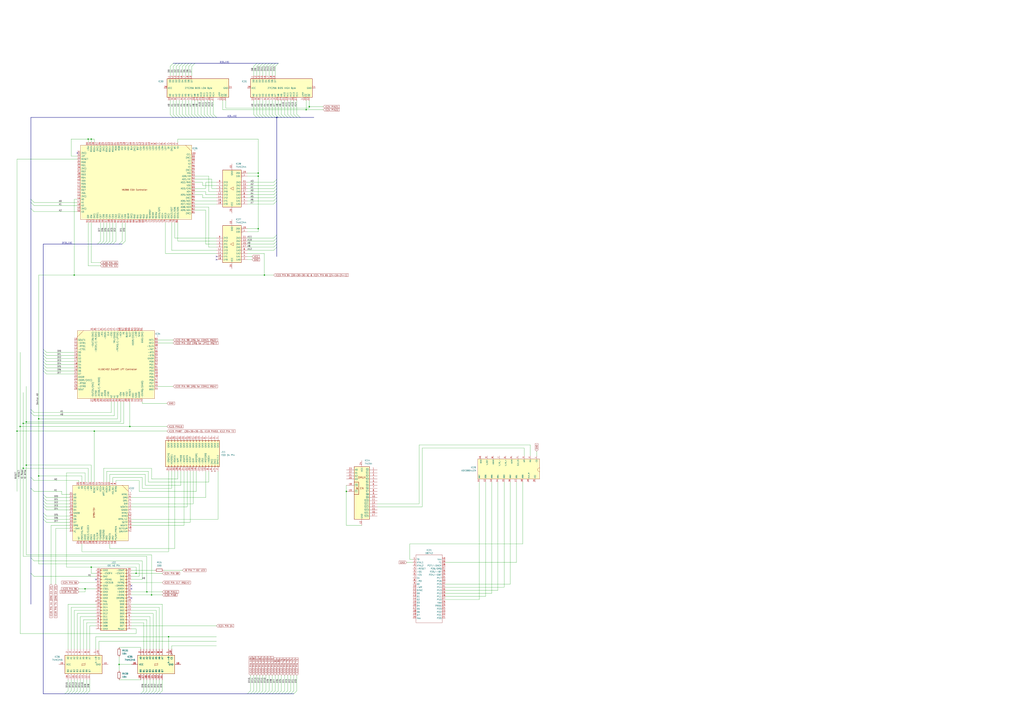
<source format=kicad_sch>
(kicad_sch (version 20250114) (generator "eeschema") (generator_version "9.0")
  (paper "A1")
  (lib_symbols
    (symbol "74xx:74HC244"
      (property "Reference" "U" (at -7.62 16.51 0))
      (property "Value" "74HC244" (at -7.62 -16.51 0))
      (symbol "74HC244_1_0"
        (pin input line (at -12.7 12.7 0) (length 5.08) (name "1A0") (number "2"))
        (pin input line (at -12.7 10.16 0) (length 5.08) (name "1A1") (number "4"))
        (pin input line (at -12.7 7.62 0) (length 5.08) (name "1A2") (number "6"))
        (pin input line (at -12.7 5.08 0) (length 5.08) (name "1A3") (number "8"))
        (pin input line (at -12.7 2.54 0) (length 5.08) (name "2A0") (number "17"))
        (pin input line (at -12.7 0 0) (length 5.08) (name "2A1") (number "15"))
        (pin input line (at -12.7 -2.54 0) (length 5.08) (name "2A2") (number "13"))
        (pin input line (at -12.7 -5.08 0) (length 5.08) (name "2A3") (number "11"))
        (pin input inverted (at -12.7 -10.16 0) (length 5.08) (name "1OE") (number "1"))
        (pin input inverted (at -12.7 -12.7 0) (length 5.08) (name "2OE") (number "19"))
        (pin power_in line (at 0 20.32 270) (length 5.08) (name "VCC") (number "20"))
        (pin power_in line (at 0 -20.32 90) (length 5.08) (name "GND") (number "10"))
        (pin tri_state line (at 12.7 12.7 180) (length 5.08) (name "1Y0") (number "18"))
        (pin tri_state line (at 12.7 10.16 180) (length 5.08) (name "1Y1") (number "16"))
        (pin tri_state line (at 12.7 7.62 180) (length 5.08) (name "1Y2") (number "14"))
        (pin tri_state line (at 12.7 5.08 180) (length 5.08) (name "1Y3") (number "12"))
        (pin tri_state line (at 12.7 2.54 180) (length 5.08) (name "2Y0") (number "3"))
        (pin tri_state line (at 12.7 0 180) (length 5.08) (name "2Y1") (number "5"))
        (pin tri_state line (at 12.7 -2.54 180) (length 5.08) (name "2Y2") (number "7"))
        (pin tri_state line (at 12.7 -5.08 180) (length 5.08) (name "2Y3") (number "9"))
      )
    )
    (symbol "74xx:74HC245" (pin_names (offset 1.016))
      (property "Reference" "U" (at -7.62 16.51 0))
      (property "Value" "74HC245" (at -7.62 -16.51 0))
      (symbol "74HC245_1_0"
        (pin tri_state line (at -12.7 12.7 0) (length 5.08) (name "A0") (number "2"))
        (pin tri_state line (at -12.7 10.16 0) (length 5.08) (name "A1") (number "3"))
        (pin tri_state line (at -12.7 7.62 0) (length 5.08) (name "A2") (number "4"))
        (pin tri_state line (at -12.7 5.08 0) (length 5.08) (name "A3") (number "5"))
        (pin tri_state line (at -12.7 2.54 0) (length 5.08) (name "A4") (number "6"))
        (pin tri_state line (at -12.7 0 0) (length 5.08) (name "A5") (number "7"))
        (pin tri_state line (at -12.7 -2.54 0) (length 5.08) (name "A6") (number "8"))
        (pin tri_state line (at -12.7 -5.08 0) (length 5.08) (name "A7") (number "9"))
        (pin input line (at -12.7 -10.16 0) (length 5.08) (name "A->B") (number "1"))
        (pin input inverted (at -12.7 -12.7 0) (length 5.08) (name "CE") (number "19"))
        (pin power_in line (at 0 20.32 270) (length 5.08) (name "VCC") (number "20"))
        (pin power_in line (at 0 -20.32 90) (length 5.08) (name "GND") (number "10"))
        (pin tri_state line (at 12.7 12.7 180) (length 5.08) (name "B0") (number "18"))
        (pin tri_state line (at 12.7 10.16 180) (length 5.08) (name "B1") (number "17"))
        (pin tri_state line (at 12.7 7.62 180) (length 5.08) (name "B2") (number "16"))
        (pin tri_state line (at 12.7 5.08 180) (length 5.08) (name "B3") (number "15"))
        (pin tri_state line (at 12.7 2.54 180) (length 5.08) (name "B4") (number "14"))
        (pin tri_state line (at 12.7 0 180) (length 5.08) (name "B5") (number "13"))
        (pin tri_state line (at 12.7 -2.54 180) (length 5.08) (name "B6") (number "12"))
        (pin tri_state line (at 12.7 -5.08 180) (length 5.08) (name "B7") (number "11"))
      )
    )
    (symbol "74xx_IEEE:74154"
      (property "Reference" "U" (at 6.35 25.4 0))
      (property "Value" "74154" (at 7.62 -21.59 0))
      (symbol "74154_0_0"
        (text "&" (at -3.81 5.08 0) (effects (font (size 1.524 1.524))))
        (text "DMUX" (at 0 13.97 0) (effects (font (size 1.524 1.524))))
        (text "EN" (at 0 5.08 0) (effects (font (size 1.524 1.524))))
        (pin power_in line (at 0 27.94 270) (length 5.08) (name "VCC") (number "24"))
        (pin power_in line (at 0 -25.4 90) (length 5.08) (name "GND") (number "12"))
      )
      (symbol "74154_1_1"
        (pin input line (at -12.7 20.32 0) (length 6.35) (name "A0") (number "23"))
        (pin input line (at -12.7 17.78 0) (length 6.35) (name "A1") (number "22"))
        (pin input line (at -12.7 15.24 0) (length 6.35) (name "A2") (number "21"))
        (pin input line (at -12.7 12.7 0) (length 6.35) (name "A3") (number "20"))
        (pin input line (at -12.7 7.62 0) (length 6.35) (name "~{E0}") (number "18"))
        (pin input line (at -12.7 2.54 0) (length 6.35) (name "~{E1}") (number "19"))
        (pin output line (at 12.7 20.32 180) (length 6.35) (name "~{S0}") (number "1"))
        (pin output line (at 12.7 17.78 180) (length 6.35) (name "~{S1}") (number "2"))
        (pin output line (at 12.7 15.24 180) (length 6.35) (name "~{S2}") (number "3"))
        (pin output line (at 12.7 12.7 180) (length 6.35) (name "~{S3}") (number "4"))
        (pin output line (at 12.7 10.16 180) (length 6.35) (name "~{S4}") (number "5"))
        (pin output line (at 12.7 7.62 180) (length 6.35) (name "~{S5}") (number "6"))
        (pin output line (at 12.7 5.08 180) (length 6.35) (name "~{S6}") (number "7"))
        (pin output line (at 12.7 2.54 180) (length 6.35) (name "~{S7}") (number "8"))
        (pin output line (at 12.7 0 180) (length 6.35) (name "~{S8}") (number "9"))
        (pin output line (at 12.7 -2.54 180) (length 6.35) (name "~{S9}") (number "10"))
        (pin output line (at 12.7 -5.08 180) (length 6.35) (name "~{S10}") (number "11"))
        (pin output line (at 12.7 -7.62 180) (length 6.35) (name "~{S11}") (number "13"))
        (pin output line (at 12.7 -10.16 180) (length 6.35) (name "~{S12}") (number "14"))
        (pin output line (at 12.7 -12.7 180) (length 6.35) (name "~{S13}") (number "15"))
        (pin output line (at 12.7 -15.24 180) (length 6.35) (name "~{S14}") (number "16"))
        (pin output line (at 12.7 -17.78 180) (length 6.35) (name "~{S15}") (number "17"))
      )
    )
    (symbol "Device:R" (pin_numbers (hide yes)) (pin_names (offset 0))
      (property "Reference" "R" (at 2.032 0 90))
      (property "Value" "R" (at 0 0 90))
      (symbol "R_1_1"
        (pin passive line (at 0 3.81 270) (length 1.27) (name "~") (number "1"))
        (pin passive line (at 0 -3.81 90) (length 1.27) (name "~") (number "2"))
      )
    )
    (symbol "Memory_EPROM:27C256"
      (property "Reference" "U" (at -7.62 26.67 0))
      (property "Value" "27C256" (at 2.54 -26.67 0))
      (symbol "27C256_1_1"
        (pin input line (at -10.16 22.86 0) (length 2.54) (name "A0") (number "10"))
        (pin input line (at -10.16 20.32 0) (length 2.54) (name "A1") (number "9"))
        (pin input line (at -10.16 17.78 0) (length 2.54) (name "A2") (number "8"))
        (pin input line (at -10.16 15.24 0) (length 2.54) (name "A3") (number "7"))
        (pin input line (at -10.16 12.7 0) (length 2.54) (name "A4") (number "6"))
        (pin input line (at -10.16 10.16 0) (length 2.54) (name "A5") (number "5"))
        (pin input line (at -10.16 7.62 0) (length 2.54) (name "A6") (number "4"))
        (pin input line (at -10.16 5.08 0) (length 2.54) (name "A7") (number "3"))
        (pin input line (at -10.16 2.54 0) (length 2.54) (name "A8") (number "25"))
        (pin input line (at -10.16 0 0) (length 2.54) (name "A9") (number "24"))
        (pin input line (at -10.16 -2.54 0) (length 2.54) (name "A10") (number "21"))
        (pin input line (at -10.16 -5.08 0) (length 2.54) (name "A11") (number "23"))
        (pin input line (at -10.16 -7.62 0) (length 2.54) (name "A12") (number "2"))
        (pin input line (at -10.16 -10.16 0) (length 2.54) (name "A13") (number "26"))
        (pin input line (at -10.16 -12.7 0) (length 2.54) (name "A14") (number "27"))
        (pin input line (at -10.16 -17.78 0) (length 2.54) (name "VPP") (number "1"))
        (pin input line (at -10.16 -20.32 0) (length 2.54) (name "~{CE}") (number "20"))
        (pin input line (at -10.16 -22.86 0) (length 2.54) (name "~{OE}") (number "22"))
        (pin power_in line (at 0 27.94 270) (length 2.54) (name "VCC") (number "28"))
        (pin power_in line (at 0 -27.94 90) (length 2.54) (name "GND") (number "14"))
        (pin tri_state line (at 10.16 22.86 180) (length 2.54) (name "D0") (number "11"))
        (pin tri_state line (at 10.16 20.32 180) (length 2.54) (name "D1") (number "12"))
        (pin tri_state line (at 10.16 17.78 180) (length 2.54) (name "D2") (number "13"))
        (pin tri_state line (at 10.16 15.24 180) (length 2.54) (name "D3") (number "15"))
        (pin tri_state line (at 10.16 12.7 180) (length 2.54) (name "D4") (number "16"))
        (pin tri_state line (at 10.16 10.16 180) (length 2.54) (name "D5") (number "17"))
        (pin tri_state line (at 10.16 7.62 180) (length 2.54) (name "D6") (number "18"))
        (pin tri_state line (at 10.16 5.08 180) (length 2.54) (name "D7") (number "19"))
      )
    )
    (symbol "Zusatz01:ADC0804LCN"
      (property "Reference" "U" (at -22.86 0 0))
      (property "Value" "ADC0804LCN" (at 7.62 -1.27 0))
      (symbol "ADC0804LCN_1_1"
        (pin input line (at -15.24 -11.43 90) (length 2.54) (name "CS") (number "1"))
        (pin input line (at -13.97 10.16 270) (length 2.54) (name "VCC") (number "20"))
        (pin input line (at -10.16 -11.43 90) (length 2.54) (name "RD") (number "2"))
        (pin input line (at -8.89 10.16 270) (length 2.54) (name "CLK_R") (number "19"))
        (pin input line (at -5.08 -11.43 90) (length 2.54) (name "WR") (number "3"))
        (pin output line (at -3.81 10.16 270) (length 2.54) (name "DB0") (number "18"))
        (pin input line (at 0 -11.43 90) (length 2.54) (name "CLK_IN") (number "4"))
        (pin output line (at 1.27 10.16 270) (length 2.54) (name "DB1") (number "17"))
        (pin output line (at 5.08 -11.43 90) (length 2.54) (name "INTR") (number "5"))
        (pin output line (at 6.35 10.16 270) (length 2.54) (name "DB2") (number "16"))
        (pin input line (at 10.16 -11.43 90) (length 2.54) (name "V_IN_+") (number "6"))
        (pin output line (at 11.43 10.16 270) (length 2.54) (name "DB3") (number "15"))
        (pin input line (at 15.24 -11.43 90) (length 2.54) (name "V_IN_-") (number "7"))
        (pin output line (at 16.51 10.16 270) (length 2.54) (name "DB4") (number "14"))
        (pin input line (at 20.32 -11.43 90) (length 2.54) (name "AGND") (number "8"))
        (pin output line (at 21.59 10.16 270) (length 2.54) (name "DB5") (number "13"))
        (pin input line (at 25.4 -11.43 90) (length 2.54) (name "V_REF") (number "9"))
        (pin output line (at 26.67 10.16 270) (length 2.54) (name "DB6") (number "12"))
        (pin input line (at 30.48 -11.43 90) (length 2.54) (name "GND") (number "10"))
        (pin output line (at 31.75 10.16 270) (length 2.54) (name "DB7") (number "11"))
      )
    )
    (symbol "Zusatz01:D8742"
      (property "Reference" "U" (at 0.254 28.448 0))
      (symbol "D8742_0_0"
        (pin input line (at -12.7 22.86 0) (length 2.54) (name "T0") (number "1"))
        (pin input line (at -12.7 20.32 0) (length 2.54) (name "XTAL1") (number "2"))
        (pin input line (at -12.7 17.78 0) (length 2.54) (name "XTAL2") (number "3"))
        (pin unspecified line (at -12.7 15.24 0) (length 2.54) (name "-RESET") (number "4"))
        (pin input line (at -12.7 12.7 0) (length 2.54) (name "-SS") (number "5"))
        (pin input line (at -12.7 10.16 0) (length 2.54) (name "-CS") (number "6"))
        (pin input line (at -12.7 7.62 0) (length 2.54) (name "EA") (number "7"))
        (pin output line (at -12.7 5.08 0) (length 2.54) (name "-RD") (number "8"))
        (pin output line (at -12.7 2.54 0) (length 2.54) (name "A0") (number "9"))
        (pin output line (at -12.7 0 0) (length 2.54) (name "-WR") (number "10"))
        (pin output line (at -12.7 -2.54 0) (length 2.54) (name "SYNC") (number "11"))
        (pin bidirectional line (at -12.7 -5.08 0) (length 2.54) (name "D0") (number "12"))
        (pin bidirectional line (at -12.7 -7.62 0) (length 2.54) (name "D1") (number "13"))
        (pin bidirectional line (at -12.7 -10.16 0) (length 2.54) (name "D2") (number "14"))
        (pin bidirectional line (at -12.7 -12.7 0) (length 2.54) (name "D3") (number "15"))
        (pin bidirectional line (at -12.7 -15.24 0) (length 2.54) (name "D4") (number "16"))
        (pin bidirectional line (at -12.7 -17.78 0) (length 2.54) (name "D5") (number "17"))
        (pin bidirectional line (at -12.7 -20.32 0) (length 2.54) (name "D6") (number "18"))
        (pin bidirectional line (at -12.7 -22.86 0) (length 2.54) (name "D7") (number "19"))
        (pin power_in line (at -12.7 -25.4 0) (length 2.54) (name "Vss") (number "20"))
        (pin power_in line (at 13.97 22.86 180) (length 2.54) (name "Vcc") (number "40"))
        (pin input line (at 13.97 20.32 180) (length 2.54) (name "T1") (number "39"))
        (pin bidirectional line (at 13.97 17.78 180) (length 2.54) (name "P27/-DACK") (number "38"))
        (pin bidirectional line (at 13.97 15.24 180) (length 2.54) (name "P26/DRQ") (number "37"))
        (pin bidirectional line (at 13.97 12.7 180) (length 2.54) (name "P25/-IBF") (number "36"))
        (pin bidirectional line (at 13.97 10.16 180) (length 2.54) (name "P24/-OBF") (number "35"))
        (pin bidirectional line (at 13.97 7.62 180) (length 2.54) (name "P17") (number "34"))
        (pin bidirectional line (at 13.97 5.08 180) (length 2.54) (name "P16") (number "33"))
        (pin bidirectional line (at 13.97 2.54 180) (length 2.54) (name "P15") (number "32"))
        (pin bidirectional line (at 13.97 0 180) (length 2.54) (name "P14") (number "31"))
        (pin bidirectional line (at 13.97 -2.54 180) (length 2.54) (name "P13") (number "30"))
        (pin bidirectional line (at 13.97 -5.08 180) (length 2.54) (name "P12") (number "29"))
        (pin bidirectional line (at 13.97 -7.62 180) (length 2.54) (name "P11") (number "28"))
        (pin bidirectional line (at 13.97 -10.16 180) (length 2.54) (name "P10") (number "27"))
        (pin power_in line (at 13.97 -12.7 180) (length 2.54) (name "Vdd") (number "26"))
        (pin input line (at 13.97 -15.24 180) (length 2.54) (name "PROG") (number "25"))
        (pin bidirectional line (at 13.97 -17.78 180) (length 2.54) (name "P23") (number "24"))
        (pin bidirectional line (at 13.97 -20.32 180) (length 2.54) (name "P22") (number "23"))
        (pin bidirectional line (at 13.97 -22.86 180) (length 2.54) (name "P21") (number "22"))
        (pin bidirectional line (at 13.97 -25.4 180) (length 2.54) (name "P20") (number "21"))
      )
    )
    (symbol "Zusatz01:DP8473V"
      (property "Reference" "U" (at -0.508 4.572 0))
      (symbol "DP8473V_0_0"
        (pin unspecified line (at -25.4 15.24 0) (length 2.54) (name "MTR0") (number "8"))
        (pin unspecified line (at -25.4 12.7 0) (length 2.54) (name "HD_SEL") (number "9"))
        (pin unspecified line (at -25.4 10.16 0) (length 2.54) (name "TRK0") (number "10"))
        (pin unspecified line (at -25.4 7.62 0) (length 2.54) (name "INDEX") (number "11"))
        (pin unspecified line (at -25.4 5.08 0) (length 2.54) (name "WRT_PRT") (number "12"))
        (pin power_in line (at -25.4 2.54 0) (length 2.54) (name "VCCA") (number "13"))
        (pin power_in line (at -25.4 0 0) (length 2.54) (name "VCC") (number "14"))
        (pin input line (at -25.4 -2.54 0) (length 2.54) (name "RESET") (number "15"))
        (pin unspecified line (at -25.4 -5.08 0) (length 2.54) (name "-WR") (number "16"))
        (pin unspecified line (at -25.4 -7.62 0) (length 2.54) (name "-RD") (number "17"))
        (pin unspecified line (at -25.4 -10.16 0) (length 2.54) (name "-CS") (number "18"))
        (pin unspecified line (at -25.4 -12.7 0) (length 2.54) (name "A0") (number "19"))
        (pin unspecified line (at -25.4 -15.24 0) (length 2.54) (name "A1") (number "20"))
        (pin unspecified line (at -15.24 27.94 270) (length 2.54) (name "MTR1") (number "7"))
        (pin unspecified line (at -15.24 -22.86 90) (length 2.54) (name "A2") (number "21"))
        (pin unspecified line (at -12.7 27.94 270) (length 2.54) (name "DR0") (number "6"))
        (pin bidirectional line (at -12.7 -22.86 90) (length 2.54) (name "D0") (number "22"))
        (pin unspecified line (at -10.16 27.94 270) (length 2.54) (name "DR1") (number "5"))
        (pin bidirectional line (at -10.16 -22.86 90) (length 2.54) (name "D1") (number "23"))
        (pin unspecified line (at -7.62 27.94 270) (length 2.54) (name "DIR") (number "4"))
        (pin bidirectional line (at -7.62 -22.86 90) (length 2.54) (name "D2") (number "24"))
        (pin unspecified line (at -5.08 27.94 270) (length 2.54) (name "WDATA") (number "3"))
        (pin bidirectional line (at -5.08 -22.86 90) (length 2.54) (name "D3") (number "25"))
        (pin power_in line (at -2.54 27.94 270) (length 2.54) (name "GNDD") (number "2"))
        (pin bidirectional line (at -2.54 -22.86 90) (length 2.54) (name "D4") (number "26"))
        (pin unspecified line (at 0 27.94 270) (length 2.54) (name "MTR2") (number "1"))
        (pin power_in line (at 0 -22.86 90) (length 2.54) (name "GNDB") (number "27"))
        (pin unspecified line (at 2.54 27.94 270) (length 2.54) (name "MTR3") (number "52"))
        (pin bidirectional line (at 2.54 -22.86 90) (length 2.54) (name "D5") (number "28"))
        (pin unspecified line (at 5.08 27.94 270) (length 2.54) (name "RPM/LC") (number "51"))
        (pin bidirectional line (at 5.08 -22.86 90) (length 2.54) (name "D6") (number "29"))
        (pin unspecified line (at 7.62 27.94 270) (length 2.54) (name "SETP") (number "50"))
        (pin bidirectional line (at 7.62 -22.86 90) (length 2.54) (name "D7") (number "30"))
        (pin unspecified line (at 10.16 27.94 270) (length 2.54) (name "WGATE") (number "49"))
        (pin unspecified line (at 10.16 -22.86 90) (length 2.54) (name "DRQ") (number "31"))
        (pin unspecified line (at 12.7 27.94 270) (length 2.54) (name "SETCUR") (number "48"))
        (pin unspecified line (at 12.7 -22.86 90) (length 2.54) (name "-DAK") (number "32"))
        (pin unspecified line (at 15.24 27.94 270) (length 2.54) (name "DRVTYP") (number "47"))
        (pin unspecified line (at 15.24 -22.86 90) (length 2.54) (name "TC") (number "33"))
        (pin unspecified line (at 25.4 15.24 180) (length 2.54) (name "PUMP/PREN") (number "46"))
        (pin unspecified line (at 25.4 12.7 180) (length 2.54) (name "DR2") (number "45"))
        (pin unspecified line (at 25.4 10.16 180) (length 2.54) (name "RDATA") (number "44"))
        (pin unspecified line (at 25.4 7.62 180) (length 2.54) (name "DR3") (number "43"))
        (pin unspecified line (at 25.4 5.08 180) (length 2.54) (name "FGND250") (number "42"))
        (pin unspecified line (at 25.4 2.54 180) (length 2.54) (name "FGND500") (number "41"))
        (pin unspecified line (at 25.4 0 180) (length 2.54) (name "FILTER") (number "40"))
        (pin power_in line (at 25.4 -2.54 180) (length 2.54) (name "GNDA") (number "39"))
        (pin input line (at 25.4 -5.08 180) (length 2.54) (name "OSC1") (number "38"))
        (pin input line (at 25.4 -7.62 180) (length 2.54) (name "OSC2/CLOCK") (number "37"))
        (pin power_in line (at 25.4 -10.16 180) (length 2.54) (name "GNDC") (number "36"))
        (pin unspecified line (at 25.4 -12.7 180) (length 2.54) (name "DSKCHG/RG") (number "35"))
        (pin unspecified line (at 25.4 -15.24 180) (length 2.54) (name "INT") (number "34"))
      )
      (symbol "DP8473V_1_1"
        (text "DP8473V" (at -0.254 -2.794 0) (effects (font (size 1.27 1.27))))
      )
    )
    (symbol "Zusatz01:FDD_34_Pin" (pin_names (offset 2))
      (property "Reference" "J" (at 0.254 25.654 0))
      (property "Value" "FDD 34 Pin" (at 1.27 -22.86 0))
      (symbol "FDD_34_Pin_1_1"
        (pin input line (at -15.24 20.32 0) (length 3.81) (name "-DSKCHG") (number "34"))
        (pin output line (at -15.24 17.78 0) (length 3.81) (name "HEADSEL") (number "32"))
        (pin input line (at -15.24 15.24 0) (length 3.81) (name "-RDATA") (number "30"))
        (pin input line (at -15.24 12.7 0) (length 3.81) (name "-WPT") (number "28"))
        (pin input line (at -15.24 10.16 0) (length 3.81) (name "-TRK00") (number "26"))
        (pin output line (at -15.24 7.62 0) (length 3.81) (name "-WGATE") (number "24"))
        (pin output line (at -15.24 5.08 0) (length 3.81) (name "-WDATA") (number "22"))
        (pin output line (at -15.24 2.54 0) (length 3.81) (name "-STEP") (number "20"))
        (pin output line (at -15.24 0 0) (length 3.81) (name "-DIR") (number "18"))
        (pin output line (at -15.24 -2.54 0) (length 3.81) (name "-MOTOR1") (number "16"))
        (pin output line (at -15.24 -5.08 0) (length 3.81) (name "-DS0") (number "14"))
        (pin output line (at -15.24 -7.62 0) (length 3.81) (name "-DS1") (number "12"))
        (pin output line (at -15.24 -10.16 0) (length 3.81) (name "-MOTOR0") (number "10"))
        (pin input line (at -15.24 -12.7 0) (length 3.81) (name "-INDEX") (number "8"))
        (pin no_connect line (at -15.24 -15.24 0) (length 3.81) (name "(NC)") (number "6"))
        (pin no_connect line (at -15.24 -17.78 0) (length 3.81) (name "(NC)") (number "4"))
        (pin output line (at -15.24 -20.32 0) (length 3.81) (name "RPM/LC") (number "2"))
        (pin passive line (at 13.97 20.32 180) (length 3.81) (name "GND") (number "33"))
        (pin passive line (at 13.97 17.78 180) (length 3.81) (name "GND") (number "31"))
        (pin passive line (at 13.97 15.24 180) (length 3.81) (name "GND") (number "29"))
        (pin passive line (at 13.97 12.7 180) (length 3.81) (name "GND") (number "27"))
        (pin passive line (at 13.97 10.16 180) (length 3.81) (name "GND") (number "25"))
        (pin passive line (at 13.97 7.62 180) (length 3.81) (name "GND") (number "23"))
        (pin passive line (at 13.97 5.08 180) (length 3.81) (name "GND") (number "21"))
        (pin passive line (at 13.97 2.54 180) (length 3.81) (name "GND") (number "19"))
        (pin passive line (at 13.97 0 180) (length 3.81) (name "GND") (number "17"))
        (pin passive line (at 13.97 -2.54 180) (length 3.81) (name "GND") (number "15"))
        (pin passive line (at 13.97 -5.08 180) (length 3.81) (name "GND") (number "13"))
        (pin passive line (at 13.97 -7.62 180) (length 3.81) (name "GND") (number "11"))
        (pin passive line (at 13.97 -10.16 180) (length 3.81) (name "GND") (number "9"))
        (pin passive line (at 13.97 -12.7 180) (length 3.81) (name "GND") (number "7"))
        (pin passive line (at 13.97 -15.24 180) (length 3.81) (name "GND") (number "5"))
        (pin passive line (at 13.97 -17.78 180) (length 3.81) (name "GND") (number "3"))
        (pin passive line (at 13.97 -20.32 180) (length 3.81) (name "GND") (number "1"))
      )
    )
    (symbol "Zusatz01:IDE__40_Pin" (pin_names (offset 2))
      (property "Reference" "J" (at 0.254 25.654 0))
      (property "Value" "IDE 40 Pin" (at 1.27 -27.94 0))
      (symbol "IDE__40_Pin_1_1"
        (pin power_in line (at -15.24 22.86 0) (length 3.81) (name "GND") (number "40"))
        (pin unspecified line (at -15.24 20.32 0) (length 3.81) (name "-CS3FX") (number "38"))
        (pin unspecified line (at -15.24 17.78 0) (length 3.81) (name "DA2") (number "36"))
        (pin unspecified line (at -15.24 15.24 0) (length 3.81) (name "-PDIAG") (number "34"))
        (pin unspecified line (at -15.24 12.7 0) (length 3.81) (name "-IOCS16") (number "32"))
        (pin power_in line (at -15.24 10.16 0) (length 3.81) (name "GND") (number "30"))
        (pin unspecified line (at -15.24 7.62 0) (length 3.81) (name "CSEL") (number "28"))
        (pin power_in line (at -15.24 5.08 0) (length 3.81) (name "GND") (number "26"))
        (pin power_in line (at -15.24 2.54 0) (length 3.81) (name "GND") (number "24"))
        (pin power_in line (at -15.24 0 0) (length 3.81) (name "GND") (number "22"))
        (pin no_connect line (at -15.24 -2.54 0) (length 3.81) (name "Key") (number "20"))
        (pin bidirectional line (at -15.24 -5.08 0) (length 3.81) (name "D15") (number "18"))
        (pin bidirectional line (at -15.24 -7.62 0) (length 3.81) (name "D14") (number "16"))
        (pin bidirectional line (at -15.24 -10.16 0) (length 3.81) (name "D13") (number "14"))
        (pin bidirectional line (at -15.24 -12.7 0) (length 3.81) (name "D12") (number "12"))
        (pin bidirectional line (at -15.24 -15.24 0) (length 3.81) (name "D11") (number "10"))
        (pin bidirectional line (at -15.24 -17.78 0) (length 3.81) (name "D10") (number "8"))
        (pin bidirectional line (at -15.24 -20.32 0) (length 3.81) (name "D09") (number "6"))
        (pin bidirectional line (at -15.24 -22.86 0) (length 3.81) (name "D08") (number "4"))
        (pin power_in line (at -15.24 -25.4 0) (length 3.81) (name "GND") (number "2"))
        (pin unspecified line (at 13.97 22.86 180) (length 3.81) (name "-DSAP") (number "39"))
        (pin unspecified line (at 13.97 20.32 180) (length 3.81) (name "-CS1FX") (number "37"))
        (pin unspecified line (at 13.97 17.78 180) (length 3.81) (name "DA0") (number "35"))
        (pin unspecified line (at 13.97 15.24 180) (length 3.81) (name "DA1") (number "33"))
        (pin unspecified line (at 13.97 12.7 180) (length 3.81) (name "INTRQ") (number "31"))
        (pin unspecified line (at 13.97 10.16 180) (length 3.81) (name "-DMARK") (number "29"))
        (pin unspecified line (at 13.97 7.62 180) (length 3.81) (name "IORDY") (number "27"))
        (pin unspecified line (at 13.97 5.08 180) (length 3.81) (name "-DIOR") (number "25"))
        (pin unspecified line (at 13.97 2.54 180) (length 3.81) (name "-DIOW") (number "23"))
        (pin unspecified line (at 13.97 0 180) (length 3.81) (name "DMARQ") (number "21"))
        (pin power_in line (at 13.97 -2.54 180) (length 3.81) (name "GND") (number "19"))
        (pin bidirectional line (at 13.97 -5.08 180) (length 3.81) (name "D00") (number "17"))
        (pin bidirectional line (at 13.97 -7.62 180) (length 3.81) (name "D01") (number "15"))
        (pin bidirectional line (at 13.97 -10.16 180) (length 3.81) (name "D02") (number "13"))
        (pin bidirectional line (at 13.97 -12.7 180) (length 3.81) (name "D03") (number "11"))
        (pin bidirectional line (at 13.97 -15.24 180) (length 3.81) (name "D04") (number "9"))
        (pin bidirectional line (at 13.97 -17.78 180) (length 3.81) (name "D05") (number "7"))
        (pin bidirectional line (at 13.97 -20.32 180) (length 3.81) (name "D06") (number "5"))
        (pin bidirectional line (at 13.97 -22.86 180) (length 3.81) (name "D07") (number "3"))
        (pin input line (at 13.97 -25.4 180) (length 3.81) (name "Reset") (number "1"))
      )
    )
    (symbol "Zusatz01:V6366"
      (property "Reference" "U" (at 0 4.826 0))
      (symbol "V6366_1_0"
        (pin unspecified line (at -46.99 20.32 0) (length 2.54) (name "(NC)") (number "31"))
        (pin unspecified line (at -46.99 17.78 0) (length 2.54) (name "LDT") (number "32"))
        (pin unspecified line (at -46.99 15.24 0) (length 2.54) (name "RESET") (number "33"))
        (pin unspecified line (at -46.99 12.7 0) (length 2.54) (name "RD0") (number "34"))
        (pin unspecified line (at -46.99 10.16 0) (length 2.54) (name "RD1") (number "35"))
        (pin unspecified line (at -46.99 7.62 0) (length 2.54) (name "(NC)") (number "36"))
        (pin unspecified line (at -46.99 5.08 0) (length 2.54) (name "RD2") (number "37"))
        (pin unspecified line (at -46.99 2.54 0) (length 2.54) (name "RD3") (number "38"))
        (pin unspecified line (at -46.99 0 0) (length 2.54) (name "RD4") (number "39"))
        (pin unspecified line (at -46.99 -2.54 0) (length 2.54) (name "VDD") (number "40"))
        (pin unspecified line (at -46.99 -5.08 0) (length 2.54) (name "RD5") (number "41"))
        (pin unspecified line (at -46.99 -7.62 0) (length 2.54) (name "RD6") (number "42"))
        (pin unspecified line (at -46.99 -10.16 0) (length 2.54) (name "RD7") (number "43"))
        (pin unspecified line (at -46.99 -12.7 0) (length 2.54) (name "VSS") (number "44"))
        (pin unspecified line (at -46.99 -15.24 0) (length 2.54) (name "(NC)") (number "45"))
        (pin unspecified line (at -46.99 -17.78 0) (length 2.54) (name "A0") (number "46"))
        (pin unspecified line (at -46.99 -20.32 0) (length 2.54) (name "A1") (number "47"))
        (pin unspecified line (at -46.99 -22.86 0) (length 2.54) (name "A2") (number "48"))
        (pin unspecified line (at -46.99 -25.4 0) (length 2.54) (name "(NC)") (number "49"))
        (pin unspecified line (at -46.99 -27.94 0) (length 2.54) (name "A3") (number "50"))
        (pin unspecified line (at -38.1 29.21 270) (length 2.54) (name "LSW") (number "30"))
        (pin unspecified line (at -38.1 -36.83 90) (length 2.54) (name "IOR") (number "51"))
        (pin unspecified line (at -35.56 29.21 270) (length 2.54) (name "RD15") (number "29"))
        (pin unspecified line (at -35.56 -36.83 90) (length 2.54) (name "IOW") (number "52"))
        (pin unspecified line (at -33.02 29.21 270) (length 2.54) (name "RD14") (number "28"))
        (pin unspecified line (at -33.02 -36.83 90) (length 2.54) (name "(NC)") (number "53"))
        (pin unspecified line (at -30.48 29.21 270) (length 2.54) (name "(NC)") (number "27"))
        (pin unspecified line (at -30.48 -36.83 90) (length 2.54) (name "IOSEL") (number "54"))
        (pin unspecified line (at -27.94 29.21 270) (length 2.54) (name "RD13") (number "26"))
        (pin unspecified line (at -27.94 -36.83 90) (length 2.54) (name "CD7") (number "55"))
        (pin unspecified line (at -25.4 29.21 270) (length 2.54) (name "(NC)") (number "25"))
        (pin unspecified line (at -25.4 -36.83 90) (length 2.54) (name "CD6") (number "56"))
        (pin unspecified line (at -22.86 29.21 270) (length 2.54) (name "RD12") (number "24"))
        (pin unspecified line (at -22.86 -36.83 90) (length 2.54) (name "CD5") (number "57"))
        (pin unspecified line (at -20.32 29.21 270) (length 2.54) (name "RD11") (number "23"))
        (pin unspecified line (at -20.32 -36.83 90) (length 2.54) (name "CD4") (number "58"))
        (pin unspecified line (at -17.78 29.21 270) (length 2.54) (name "RD10") (number "22"))
        (pin unspecified line (at -17.78 -36.83 90) (length 2.54) (name "CD3") (number "59"))
        (pin unspecified line (at -15.24 29.21 270) (length 2.54) (name "RD9") (number "21"))
        (pin unspecified line (at -15.24 -36.83 90) (length 2.54) (name "CD2") (number "60"))
        (pin unspecified line (at -12.7 29.21 270) (length 2.54) (name "RD8") (number "20"))
        (pin unspecified line (at -12.7 -36.83 90) (length 2.54) (name "(NC)") (number "61"))
        (pin unspecified line (at -10.16 29.21 270) (length 2.54) (name "ESY") (number "19"))
        (pin unspecified line (at -10.16 -36.83 90) (length 2.54) (name "CD1") (number "62"))
        (pin unspecified line (at -7.62 29.21 270) (length 2.54) (name "VSY") (number "18"))
        (pin unspecified line (at -7.62 -36.83 90) (length 2.54) (name "CD0") (number "63"))
        (pin unspecified line (at -5.08 29.21 270) (length 2.54) (name "HSY") (number "17"))
        (pin unspecified line (at -5.08 -36.83 90) (length 2.54) (name "BDIR") (number "64"))
        (pin unspecified line (at -2.54 29.21 270) (length 2.54) (name "BLA") (number "16"))
        (pin unspecified line (at -2.54 -36.83 90) (length 2.54) (name "(NC)") (number "65"))
        (pin unspecified line (at 0 29.21 270) (length 2.54) (name "(NC)") (number "15"))
        (pin unspecified line (at 0 -36.83 90) (length 2.54) (name "RA0") (number "66"))
        (pin unspecified line (at 2.54 29.21 270) (length 2.54) (name "BST") (number "14"))
        (pin unspecified line (at 2.54 -36.83 90) (length 2.54) (name "RA1") (number "67"))
        (pin unspecified line (at 5.08 29.21 270) (length 2.54) (name "CSY") (number "13"))
        (pin unspecified line (at 5.08 -36.83 90) (length 2.54) (name "RA2") (number "68"))
        (pin unspecified line (at 7.62 29.21 270) (length 2.54) (name "LD0") (number "12"))
        (pin unspecified line (at 7.62 -36.83 90) (length 2.54) (name "RA3") (number "69"))
        (pin unspecified line (at 10.16 29.21 270) (length 2.54) (name "LD1") (number "11"))
        (pin unspecified line (at 10.16 -36.83 90) (length 2.54) (name "RA4") (number "70"))
        (pin unspecified line (at 12.7 29.21 270) (length 2.54) (name "LD2") (number "10"))
        (pin unspecified line (at 12.7 -36.83 90) (length 2.54) (name "MEMRDY") (number "71"))
        (pin unspecified line (at 15.24 29.21 270) (length 2.54) (name "LD3") (number "9"))
        (pin unspecified line (at 15.24 -36.83 90) (length 2.54) (name "MEMR") (number "72"))
        (pin unspecified line (at 17.78 29.21 270) (length 2.54) (name "LD4") (number "8"))
        (pin unspecified line (at 17.78 -36.83 90) (length 2.54) (name "MEMW") (number "73"))
        (pin unspecified line (at 20.32 29.21 270) (length 2.54) (name "LD5") (number "7"))
        (pin unspecified line (at 20.32 -36.83 90) (length 2.54) (name "AD15/GPE") (number "74"))
        (pin unspecified line (at 22.86 29.21 270) (length 2.54) (name "LD6") (number "6"))
        (pin unspecified line (at 22.86 -36.83 90) (length 2.54) (name "AD14") (number "75"))
        (pin unspecified line (at 25.4 29.21 270) (length 2.54) (name "LD7") (number "5"))
        (pin unspecified line (at 25.4 -36.83 90) (length 2.54) (name "AD13") (number "76"))
        (pin unspecified line (at 27.94 29.21 270) (length 2.54) (name "OE") (number "4"))
        (pin unspecified line (at 27.94 -36.83 90) (length 2.54) (name "(NC)") (number "77"))
        (pin unspecified line (at 30.48 29.21 270) (length 2.54) (name "(NC)") (number "3"))
        (pin unspecified line (at 30.48 -36.83 90) (length 2.54) (name "AD12/AD7") (number "78"))
        (pin unspecified line (at 33.02 29.21 270) (length 2.54) (name "WE") (number "2"))
        (pin unspecified line (at 33.02 -36.83 90) (length 2.54) (name "AD11/AD6") (number "79"))
        (pin unspecified line (at 35.56 -36.83 90) (length 2.54) (name "AD10/AD5") (number "80"))
        (pin unspecified line (at 49.53 19.05 180) (length 2.54) (name "CCL") (number "100"))
        (pin unspecified line (at 49.53 16.51 180) (length 2.54) (name "(NC)") (number "99"))
        (pin unspecified line (at 49.53 13.97 180) (length 2.54) (name "EC") (number "98"))
        (pin unspecified line (at 49.53 11.43 180) (length 2.54) (name "X2") (number "97"))
        (pin unspecified line (at 49.53 8.89 180) (length 2.54) (name "X1") (number "96"))
        (pin unspecified line (at 49.53 6.35 180) (length 2.54) (name "(NC)") (number "95"))
        (pin unspecified line (at 49.53 3.81 180) (length 2.54) (name "VSS") (number "94"))
        (pin unspecified line (at 49.53 1.27 180) (length 2.54) (name "AD0/XR") (number "93"))
        (pin unspecified line (at 49.53 -1.27 180) (length 2.54) (name "AD1/XC") (number "92"))
        (pin unspecified line (at 49.53 -3.81 180) (length 2.54) (name "AD2/RAS") (number "91"))
        (pin unspecified line (at 49.53 -6.35 180) (length 2.54) (name "VDD") (number "90"))
        (pin unspecified line (at 49.53 -8.89 180) (length 2.54) (name "AD3/CAS") (number "89"))
        (pin unspecified line (at 49.53 -11.43 180) (length 2.54) (name "AD4") (number "88"))
        (pin unspecified line (at 49.53 -13.97 180) (length 2.54) (name "AD5/AD0") (number "87"))
        (pin unspecified line (at 49.53 -16.51 180) (length 2.54) (name "(NC)") (number "86"))
        (pin unspecified line (at 49.53 -19.05 180) (length 2.54) (name "AD6/AD1") (number "85"))
        (pin unspecified line (at 49.53 -21.59 180) (length 2.54) (name "AD7/AD2") (number "84"))
        (pin unspecified line (at 49.53 -24.13 180) (length 2.54) (name "AD8/AD3") (number "83"))
        (pin unspecified line (at 49.53 -26.67 180) (length 2.54) (name "AD9/AD4") (number "82"))
        (pin unspecified line (at 49.53 -29.21 180) (length 2.54) (name "(NC)") (number "81"))
      )
      (symbol "V6366_1_1"
        (text "V6366 CGA Controller" (at 0 -9.906 0) (effects (font (size 1.27 1.27))))
        (pin unspecified line (at 35.56 29.21 270) (length 2.54) (name "XA") (number "1"))
      )
    )
    (symbol "Zusatz01:VL16C452"
      (property "Reference" "U" (at -0.254 6.096 0))
      (symbol "VL16C452_0_0"
        (pin output line (at -35.56 21.59 0) (length 2.54) (name "SOUT1") (number "10"))
        (pin output line (at -35.56 19.05 0) (length 2.54) (name "-DTR1") (number "11"))
        (pin output line (at -35.56 16.51 0) (length 2.54) (name "-RTS1") (number "12"))
        (pin input line (at -35.56 13.97 0) (length 2.54) (name "-CTS1") (number "13"))
        (pin bidirectional line (at -35.56 11.43 0) (length 2.54) (name "D0") (number "14"))
        (pin bidirectional line (at -35.56 8.89 0) (length 2.54) (name "D1") (number "15"))
        (pin bidirectional line (at -35.56 6.35 0) (length 2.54) (name "D2") (number "16"))
        (pin bidirectional line (at -35.56 3.81 0) (length 2.54) (name "D3") (number "17"))
        (pin bidirectional line (at -35.56 1.27 0) (length 2.54) (name "D4") (number "18"))
        (pin bidirectional line (at -35.56 -1.27 0) (length 2.54) (name "D5") (number "19"))
        (pin bidirectional line (at -35.56 -3.81 0) (length 2.54) (name "D6") (number "20"))
        (pin bidirectional line (at -35.56 -6.35 0) (length 2.54) (name "D7") (number "21"))
        (pin power_in line (at -35.56 -8.89 0) (length 2.54) (name "GNDR") (number "22"))
        (pin power_in line (at -35.56 -11.43 0) (length 2.54) (name "VDDR/(VCC)") (number "23"))
        (pin output line (at -35.56 -13.97 0) (length 2.54) (name "-RTS0") (number "24"))
        (pin output line (at -35.56 -16.51 0) (length 2.54) (name "-DTR0") (number "25"))
        (pin output line (at -35.56 -19.05 0) (length 2.54) (name "SOUT") (number "26"))
        (pin output line (at -20.32 31.75 270) (length 2.54) (name "-OUT2B/(NC)") (number "9"))
        (pin output line (at -20.32 -29.21 90) (length 2.54) (name "-OUT2A/(NC)") (number "27"))
        (pin input line (at -17.78 31.75 270) (length 2.54) (name "-DCD1/(-RLSD1)") (number "8"))
        (pin input line (at -17.78 -29.21 90) (length 2.54) (name "-CTS0") (number "28"))
        (pin power_in line (at -15.24 31.75 270) (length 2.54) (name "GNDI") (number "7"))
        (pin input line (at -15.24 -29.21 90) (length 2.54) (name "-DCD0/(-RLSD0)") (number "29"))
        (pin input line (at -12.7 31.75 270) (length 2.54) (name "-RI1") (number "6"))
        (pin input line (at -12.7 -29.21 90) (length 2.54) (name "-RI0") (number "30"))
        (pin input line (at -10.16 31.75 270) (length 2.54) (name "-DSR1") (number "5"))
        (pin input line (at -10.16 -29.21 90) (length 2.54) (name "-DSR0") (number "31"))
        (pin input line (at -7.62 31.75 270) (length 2.54) (name "CLK") (number "4"))
        (pin input line (at -7.62 -29.21 90) (length 2.54) (name "-CS0") (number "32"))
        (pin input line (at -5.08 31.75 270) (length 2.54) (name "-CS1") (number "3"))
        (pin input line (at -5.08 -29.21 90) (length 2.54) (name "A2") (number "33"))
        (pin input line (at -2.54 31.75 270) (length 2.54) (name "TRI/(GND)") (number "2"))
        (pin input line (at -2.54 -29.21 90) (length 2.54) (name "A1") (number "34"))
        (pin input line (at 0 31.75 270) (length 2.54) (name "-PEMD/(-LPTOE)") (number "1"))
        (pin input line (at 0 -29.21 90) (length 2.54) (name "A0") (number "35"))
        (pin input line (at 2.54 31.75 270) (length 2.54) (name "-ACK") (number "68"))
        (pin input line (at 2.54 -29.21 90) (length 2.54) (name "-IOW") (number "36"))
        (pin input line (at 5.08 31.75 270) (length 2.54) (name "PE") (number "67"))
        (pin input line (at 5.08 -29.21 90) (length 2.54) (name "-IOR") (number "37"))
        (pin input line (at 7.62 31.75 270) (length 2.54) (name "BUSY") (number "66"))
        (pin input line (at 7.62 -29.21 90) (length 2.54) (name "-CS2") (number "38"))
        (pin input line (at 10.16 31.75 270) (length 2.54) (name "SLCT") (number "65"))
        (pin input line (at 10.16 -29.21 90) (length 2.54) (name "-RESET") (number "39"))
        (pin power_in line (at 12.7 31.75 270) (length 2.54) (name "VDDR/(VCC)") (number "64"))
        (pin power_in line (at 12.7 -29.21 90) (length 2.54) (name "VDDI") (number "40"))
        (pin input line (at 15.24 31.75 270) (length 2.54) (name "-ERR") (number "63"))
        (pin input line (at 15.24 -29.21 90) (length 2.54) (name "SIN0") (number "41"))
        (pin input line (at 17.78 31.75 270) (length 2.54) (name "SIN1") (number "62"))
        (pin power_in line (at 17.78 -29.21 90) (length 2.54) (name "GNDR") (number "42"))
        (pin power_in line (at 20.32 31.75 270) (length 2.54) (name "GND/(NC)") (number "61"))
        (pin input line (at 20.32 -29.21 90) (length 2.54) (name "-ENIRQ/(GND)") (number "43"))
        (pin output line (at 33.02 21.59 180) (length 2.54) (name "INT1") (number "60"))
        (pin output line (at 33.02 19.05 180) (length 2.54) (name "INT2") (number "59"))
        (pin output line (at 33.02 16.51 180) (length 2.54) (name "-SLIN") (number "58"))
        (pin bidirectional line (at 33.02 13.97 180) (length 2.54) (name "-INIT") (number "57"))
        (pin bidirectional line (at 33.02 11.43 180) (length 2.54) (name "-AFD") (number "56"))
        (pin bidirectional line (at 33.02 8.89 180) (length 2.54) (name "-STB") (number "55"))
        (pin power_in line (at 33.02 6.35 180) (length 2.54) (name "GNDR") (number "54"))
        (pin bidirectional line (at 33.02 3.81 180) (length 2.54) (name "PD0") (number "53"))
        (pin bidirectional line (at 33.02 1.27 180) (length 2.54) (name "PD1") (number "52"))
        (pin bidirectional line (at 33.02 -1.27 180) (length 2.54) (name "PD2") (number "51"))
        (pin bidirectional line (at 33.02 -3.81 180) (length 2.54) (name "PD3") (number "50"))
        (pin bidirectional line (at 33.02 -6.35 180) (length 2.54) (name "PD4") (number "49"))
        (pin bidirectional line (at 33.02 -8.89 180) (length 2.54) (name "PD5") (number "48"))
        (pin bidirectional line (at 33.02 -11.43 180) (length 2.54) (name "PD6") (number "47"))
        (pin bidirectional line (at 33.02 -13.97 180) (length 2.54) (name "PD7") (number "46"))
        (pin output line (at 33.02 -16.51 180) (length 2.54) (name "INT0") (number "45"))
        (pin output line (at 33.02 -19.05 180) (length 2.54) (name "BDO") (number "44"))
      )
      (symbol "VL16C452_1_1"
        (text "VL16C452 2xUART LPT Controller" (at 0 -2.54 0) (effects (font (size 1.27 1.27))))
      )
    )
  )
  (junction (at 254 87.63))
  (junction (at 16.51 350.52))
  (junction (at 138.43 523.24))
  (junction (at 74.93 466.09))
  (junction (at 60.96 226.06))
  (junction (at 97.79 546.1))
  (junction (at 69.85 483.87))
  (junction (at 74.93 114.3))
  (junction (at 13.97 354.33))
  (junction (at 251.46 90.17))
  (junction (at 212.09 144.78))
  (junction (at 77.47 354.33))
  (junction (at 227.33 96.52))
  (junction (at 212.09 142.24))
  (junction (at 212.09 187.96))
  (junction (at 284.48 403.86))
  (junction (at 31.75 391.16))
  (junction (at 19.05 347.98))
  (junction (at 120.65 486.41))
  (junction (at 21.59 346.71))
  (junction (at 106.68 350.52))
  (junction (at 31.75 344.17))
  (junction (at 217.17 226.06))
  (junction (at 21.59 382.27))
  (junction (at 72.39 114.3))
  (junction (at 111.76 471.17))
  (junction (at 124.46 488.95))
  (junction (at 19.05 384.81))
  (no_connect (at 107.95 491.49))
  (no_connect (at 78.74 476.25))
  (no_connect (at 107.95 481.33))
  (no_connect (at 63.5 125.73))
  (no_connect (at 107.95 483.87))
  (no_connect (at 177.8 213.36))
  (no_connect (at 177.8 210.82))
  (bus_entry (at 218.44 54.61) (size 2.54 -2.54))
  (bus_entry (at 35.56 294.64) (size 2.54 2.54))
  (bus_entry (at 35.56 297.18) (size 2.54 2.54))
  (bus_entry (at 139.7 54.61) (size 2.54 -2.54))
  (bus_entry (at 227.33 160.02) (size -2.54 2.54))
  (bus_entry (at 241.3 570.23) (size 2.54 -2.54))
  (bus_entry (at 66.04 570.23) (size 2.54 -2.54))
  (bus_entry (at 220.98 570.23) (size 2.54 -2.54))
  (bus_entry (at 175.26 96.52) (size -2.54 -2.54))
  (bus_entry (at 100.33 200.66) (size 2.54 -2.54))
  (bus_entry (at 35.56 421.64) (size 2.54 2.54))
  (bus_entry (at 35.56 299.72) (size 2.54 2.54))
  (bus_entry (at 228.6 93.98) (size 2.54 2.54))
  (bus_entry (at 223.52 570.23) (size 2.54 -2.54))
  (bus_entry (at 118.11 570.23) (size 2.54 -2.54))
  (bus_entry (at 170.18 96.52) (size -2.54 -2.54))
  (bus_entry (at 177.8 96.52) (size -2.54 -2.54))
  (bus_entry (at 236.22 93.98) (size 2.54 2.54))
  (bus_entry (at 218.44 93.98) (size 2.54 2.54))
  (bus_entry (at 123.19 570.23) (size 2.54 -2.54))
  (bus_entry (at 25.4 392.43) (size 2.54 2.54))
  (bus_entry (at 203.2 570.23) (size 2.54 -2.54))
  (bus_entry (at 25.4 171.45) (size 2.54 2.54))
  (bus_entry (at 35.56 414.02) (size 2.54 2.54))
  (bus_entry (at 128.27 570.23) (size 2.54 -2.54))
  (bus_entry (at 215.9 570.23) (size 2.54 -2.54))
  (bus_entry (at 25.4 401.32) (size 2.54 2.54))
  (bus_entry (at 35.56 406.4) (size 2.54 2.54))
  (bus_entry (at 115.57 570.23) (size 2.54 -2.54))
  (bus_entry (at 154.94 54.61) (size 2.54 -2.54))
  (bus_entry (at 227.33 149.86) (size -2.54 2.54))
  (bus_entry (at 25.4 166.37) (size 2.54 2.54))
  (bus_entry (at 165.1 96.52) (size -2.54 -2.54))
  (bus_entry (at 213.36 54.61) (size 2.54 -2.54))
  (bus_entry (at 82.55 200.66) (size 2.54 -2.54))
  (bus_entry (at 215.9 54.61) (size 2.54 -2.54))
  (bus_entry (at 172.72 96.52) (size -2.54 -2.54))
  (bus_entry (at 227.33 154.94) (size -2.54 2.54))
  (bus_entry (at 231.14 570.23) (size 2.54 -2.54))
  (bus_entry (at 60.96 570.23) (size 2.54 -2.54))
  (bus_entry (at 220.98 54.61) (size 2.54 -2.54))
  (bus_entry (at 144.78 96.52) (size -2.54 -2.54))
  (bus_entry (at 210.82 54.61) (size 2.54 -2.54))
  (bus_entry (at 152.4 96.52) (size -2.54 -2.54))
  (bus_entry (at 142.24 54.61) (size 2.54 -2.54))
  (bus_entry (at 227.33 165.1) (size -2.54 2.54))
  (bus_entry (at 215.9 93.98) (size 2.54 2.54))
  (bus_entry (at 228.6 570.23) (size 2.54 -2.54))
  (bus_entry (at 233.68 93.98) (size 2.54 2.54))
  (bus_entry (at 25.4 336.55) (size 2.54 2.54))
  (bus_entry (at 80.01 200.66) (size 2.54 -2.54))
  (bus_entry (at 144.78 54.61) (size 2.54 -2.54))
  (bus_entry (at 35.56 411.48) (size 2.54 2.54))
  (bus_entry (at 236.22 570.23) (size 2.54 -2.54))
  (bus_entry (at 152.4 54.61) (size 2.54 -2.54))
  (bus_entry (at 53.34 570.23) (size 2.54 -2.54))
  (bus_entry (at 208.28 93.98) (size 2.54 2.54))
  (bus_entry (at 142.24 96.52) (size -2.54 -2.54))
  (bus_entry (at 213.36 570.23) (size 2.54 -2.54))
  (bus_entry (at 147.32 54.61) (size 2.54 -2.54))
  (bus_entry (at 149.86 54.61) (size 2.54 -2.54))
  (bus_entry (at 149.86 96.52) (size -2.54 -2.54))
  (bus_entry (at 25.4 471.17) (size 2.54 2.54))
  (bus_entry (at 227.33 157.48) (size -2.54 2.54))
  (bus_entry (at 160.02 96.52) (size -2.54 -2.54))
  (bus_entry (at 63.5 570.23) (size 2.54 -2.54))
  (bus_entry (at 58.42 570.23) (size 2.54 -2.54))
  (bus_entry (at 157.48 96.52) (size -2.54 -2.54))
  (bus_entry (at 227.33 162.56) (size -2.54 2.54))
  (bus_entry (at 90.17 200.66) (size 2.54 -2.54))
  (bus_entry (at 218.44 570.23) (size 2.54 -2.54))
  (bus_entry (at 130.81 570.23) (size 2.54 -2.54))
  (bus_entry (at 154.94 96.52) (size -2.54 -2.54))
  (bus_entry (at 226.06 570.23) (size 2.54 -2.54))
  (bus_entry (at 157.48 54.61) (size 2.54 -2.54))
  (bus_entry (at 35.56 426.72) (size 2.54 2.54))
  (bus_entry (at 227.33 198.12) (size -2.54 2.54))
  (bus_entry (at 208.28 570.23) (size 2.54 -2.54))
  (bus_entry (at 227.33 195.58) (size -2.54 2.54))
  (bus_entry (at 227.33 193.04) (size -2.54 2.54))
  (bus_entry (at 85.09 200.66) (size 2.54 -2.54))
  (bus_entry (at 167.64 96.52) (size -2.54 -2.54))
  (bus_entry (at 213.36 93.98) (size 2.54 2.54))
  (bus_entry (at 227.33 200.66) (size -2.54 2.54))
  (bus_entry (at 25.4 163.83) (size 2.54 2.54))
  (bus_entry (at 35.56 424.18) (size 2.54 2.54))
  (bus_entry (at 210.82 570.23) (size 2.54 -2.54))
  (bus_entry (at 208.28 54.61) (size 2.54 -2.54))
  (bus_entry (at 238.76 570.23) (size 2.54 -2.54))
  (bus_entry (at 227.33 152.4) (size -2.54 2.54))
  (bus_entry (at 120.65 570.23) (size 2.54 -2.54))
  (bus_entry (at 227.33 147.32) (size -2.54 2.54))
  (bus_entry (at 220.98 93.98) (size 2.54 2.54))
  (bus_entry (at 71.12 570.23) (size 2.54 -2.54))
  (bus_entry (at 68.58 570.23) (size 2.54 -2.54))
  (bus_entry (at 35.56 292.1) (size 2.54 2.54))
  (bus_entry (at 241.3 93.98) (size 2.54 2.54))
  (bus_entry (at 227.33 203.2) (size -2.54 2.54))
  (bus_entry (at 162.56 96.52) (size -2.54 -2.54))
  (bus_entry (at 35.56 416.56) (size 2.54 2.54))
  (bus_entry (at 35.56 302.26) (size 2.54 2.54))
  (bus_entry (at 223.52 54.61) (size 2.54 -2.54))
  (bus_entry (at 125.73 570.23) (size 2.54 -2.54))
  (bus_entry (at 55.88 570.23) (size 2.54 -2.54))
  (bus_entry (at 97.79 200.66) (size 2.54 -2.54))
  (bus_entry (at 233.68 570.23) (size 2.54 -2.54))
  (bus_entry (at 226.06 54.61) (size 2.54 -2.54))
  (bus_entry (at 147.32 96.52) (size -2.54 -2.54))
  (bus_entry (at 35.56 408.94) (size 2.54 2.54))
  (bus_entry (at 205.74 570.23) (size 2.54 -2.54))
  (bus_entry (at 35.56 289.56) (size 2.54 2.54))
  (bus_entry (at 223.52 93.98) (size 2.54 2.54))
  (bus_entry (at 226.06 93.98) (size 2.54 2.54))
  (bus_entry (at 238.76 93.98) (size 2.54 2.54))
  (bus_entry (at 25.4 458.47) (size 2.54 2.54))
  (bus_entry (at 231.14 93.98) (size 2.54 2.54))
  (bus_entry (at 35.56 287.02) (size 2.54 2.54))
  (bus_entry (at 243.84 93.98) (size 2.54 2.54))
  (bus_entry (at 92.71 200.66) (size 2.54 -2.54))
  (bus_entry (at 87.63 200.66) (size 2.54 -2.54))
  (bus_entry (at 35.56 304.8) (size 2.54 2.54))
  (bus_entry (at 210.82 93.98) (size 2.54 2.54))
  (bus_entry (at 25.4 339.09) (size 2.54 2.54))
  (wire (pts (xy 140.97 401.32) (xy 140.97 387.35)))
  (wire (pts (xy 38.1 299.72) (xy 60.96 299.72)))
  (bus (pts (xy 223.52 52.07) (xy 226.06 52.07)))
  (wire (pts (xy 27.94 166.37) (xy 63.5 166.37)))
  (wire (pts (xy 185.42 88.9) (xy 254 88.9)))
  (bus (pts (xy 246.38 96.52) (xy 257.81 96.52)))
  (wire (pts (xy 238.76 82.55) (xy 238.76 93.98)))
  (bus (pts (xy 35.56 302.26) (xy 35.56 304.8)))
  (bus (pts (xy 231.14 570.23) (xy 233.68 570.23)))
  (wire (pts (xy 97.79 539.75) (xy 97.79 546.1)))
  (bus (pts (xy 123.19 570.23) (xy 125.73 570.23)))
  (wire (pts (xy 203.2 162.56) (xy 224.79 162.56)))
  (wire (pts (xy 210.82 554.99) (xy 210.82 567.69)))
  (bus (pts (xy 35.56 294.64) (xy 35.56 297.18)))
  (wire (pts (xy 57.15 434.34) (xy 45.72 434.34)))
  (wire (pts (xy 160.02 160.02) (xy 166.37 160.02)))
  (wire (pts (xy 102.87 182.88) (xy 102.87 198.12)))
  (bus (pts (xy 243.84 96.52) (xy 246.38 96.52)))
  (wire (pts (xy 107.95 501.65) (xy 128.27 501.65)))
  (wire (pts (xy 85.09 182.88) (xy 85.09 198.12)))
  (wire (pts (xy 140.97 205.74) (xy 140.97 182.88)))
  (wire (pts (xy 114.3 473.71) (xy 114.3 463.55)))
  (wire (pts (xy 297.18 431.8) (xy 284.48 431.8)))
  (wire (pts (xy 171.45 144.78) (xy 171.45 157.48)))
  (wire (pts (xy 284.48 431.8) (xy 284.48 403.86)))
  (wire (pts (xy 142.24 82.55) (xy 142.24 93.98)))
  (wire (pts (xy 233.68 554.99) (xy 233.68 567.69)))
  (wire (pts (xy 203.2 160.02) (xy 224.79 160.02)))
  (wire (pts (xy 111.76 520.7) (xy 16.51 520.7)))
  (wire (pts (xy 92.71 182.88) (xy 92.71 198.12)))
  (wire (pts (xy 151.13 431.8) (xy 151.13 387.35)))
  (wire (pts (xy 177.8 205.74) (xy 140.97 205.74)))
  (bus (pts (xy 63.5 570.23) (xy 66.04 570.23)))
  (wire (pts (xy 251.46 90.17) (xy 265.43 90.17)))
  (wire (pts (xy 440.69 374.65) (xy 440.69 370.84)))
  (wire (pts (xy 71.12 558.8) (xy 71.12 567.69)))
  (bus (pts (xy 152.4 96.52) (xy 154.94 96.52)))
  (wire (pts (xy 27.94 339.09) (xy 91.44 339.09)))
  (bus (pts (xy 227.33 203.2) (xy 227.33 210.82)))
  (wire (pts (xy 72.39 218.44) (xy 72.39 182.88)))
  (wire (pts (xy 78.74 499.11) (xy 58.42 499.11)))
  (wire (pts (xy 31.75 463.55) (xy 114.3 463.55)))
  (wire (pts (xy 135.89 208.28) (xy 135.89 182.88)))
  (wire (pts (xy 27.94 461.01) (xy 116.84 461.01)))
  (wire (pts (xy 223.52 54.61) (xy 223.52 62.23)))
  (bus (pts (xy 35.56 299.72) (xy 35.56 302.26)))
  (bus (pts (xy 35.56 426.72) (xy 35.56 570.23)))
  (wire (pts (xy 63.5 163.83) (xy 60.96 163.83)))
  (wire (pts (xy 121.92 387.35) (xy 121.92 396.24)))
  (wire (pts (xy 82.55 218.44) (xy 72.39 218.44)))
  (wire (pts (xy 38.1 297.18) (xy 60.96 297.18)))
  (wire (pts (xy 146.05 198.12) (xy 146.05 182.88)))
  (wire (pts (xy 95.25 394.97) (xy 114.3 394.97)))
  (wire (pts (xy 143.51 450.85) (xy 143.51 387.35)))
  (wire (pts (xy 166.37 160.02) (xy 166.37 162.56)))
  (wire (pts (xy 203.2 167.64) (xy 224.79 167.64)))
  (wire (pts (xy 226.06 554.99) (xy 226.06 567.69)))
  (wire (pts (xy 120.65 558.8) (xy 120.65 567.69)))
  (wire (pts (xy 137.16 331.47) (xy 116.84 331.47)))
  (wire (pts (xy 67.31 453.39) (xy 67.31 447.04)))
  (wire (pts (xy 429.26 396.24) (xy 429.26 447.04)))
  (wire (pts (xy 74.93 466.09) (xy 111.76 466.09)))
  (wire (pts (xy 128.27 501.65) (xy 128.27 533.4)))
  (wire (pts (xy 336.55 459.74) (xy 336.55 447.04)))
  (wire (pts (xy 177.8 198.12) (xy 146.05 198.12)))
  (bus (pts (xy 35.56 406.4) (xy 35.56 408.94)))
  (wire (pts (xy 231.14 82.55) (xy 231.14 93.98)))
  (wire (pts (xy 205.74 554.99) (xy 205.74 567.69)))
  (wire (pts (xy 107.95 514.35) (xy 177.8 514.35)))
  (bus (pts (xy 87.63 200.66) (xy 90.17 200.66)))
  (wire (pts (xy 21.59 317.5) (xy 21.59 346.71)))
  (wire (pts (xy 13.97 354.33) (xy 77.47 354.33)))
  (wire (pts (xy 203.2 213.36) (xy 207.01 213.36)))
  (wire (pts (xy 146.05 114.3) (xy 146.05 116.84)))
  (wire (pts (xy 125.73 558.8) (xy 125.73 567.69)))
  (wire (pts (xy 424.18 462.28) (xy 424.18 396.24)))
  (bus (pts (xy 203.2 570.23) (xy 205.74 570.23)))
  (bus (pts (xy 227.33 96.52) (xy 228.6 96.52)))
  (wire (pts (xy 69.85 486.41) (xy 69.85 483.87)))
  (wire (pts (xy 27.94 341.63) (xy 93.98 341.63)))
  (bus (pts (xy 25.4 458.47) (xy 25.4 471.17)))
  (wire (pts (xy 203.2 157.48) (xy 224.79 157.48)))
  (bus (pts (xy 157.48 96.52) (xy 160.02 96.52)))
  (wire (pts (xy 107.95 516.89) (xy 111.76 516.89)))
  (bus (pts (xy 165.1 96.52) (xy 167.64 96.52)))
  (wire (pts (xy 403.86 487.68) (xy 403.86 396.24)))
  (wire (pts (xy 134.62 468.63) (xy 149.86 468.63)))
  (wire (pts (xy 165.1 82.55) (xy 165.1 93.98)))
  (bus (pts (xy 25.4 471.17) (xy 25.4 496.57)))
  (wire (pts (xy 215.9 82.55) (xy 215.9 93.98)))
  (wire (pts (xy 129.54 279.4) (xy 142.24 279.4)))
  (bus (pts (xy 35.56 289.56) (xy 35.56 292.1)))
  (wire (pts (xy 241.3 82.55) (xy 241.3 93.98)))
  (wire (pts (xy 50.8 403.86) (xy 50.8 406.4)))
  (wire (pts (xy 215.9 554.99) (xy 215.9 567.69)))
  (wire (pts (xy 124.46 393.7) (xy 146.05 393.7)))
  (wire (pts (xy 124.46 488.95) (xy 133.35 488.95)))
  (wire (pts (xy 74.93 114.3) (xy 74.93 116.84)))
  (bus (pts (xy 205.74 570.23) (xy 208.28 570.23)))
  (wire (pts (xy 77.47 354.33) (xy 77.47 396.24)))
  (wire (pts (xy 107.95 504.19) (xy 125.73 504.19)))
  (wire (pts (xy 107.95 408.94) (xy 168.91 408.94)))
  (wire (pts (xy 31.75 344.17) (xy 96.52 344.17)))
  (wire (pts (xy 63.5 128.27) (xy 58.42 128.27)))
  (wire (pts (xy 171.45 203.2) (xy 177.8 203.2)))
  (bus (pts (xy 25.4 392.43) (xy 25.4 401.32)))
  (wire (pts (xy 97.79 551.18) (xy 97.79 546.1)))
  (bus (pts (xy 213.36 52.07) (xy 215.9 52.07)))
  (bus (pts (xy 53.34 570.23) (xy 55.88 570.23)))
  (bus (pts (xy 80.01 200.66) (xy 82.55 200.66)))
  (wire (pts (xy 212.09 114.3) (xy 146.05 114.3)))
  (wire (pts (xy 90.17 389.89) (xy 119.38 389.89)))
  (wire (pts (xy 228.6 82.55) (xy 228.6 93.98)))
  (wire (pts (xy 203.2 144.78) (xy 212.09 144.78)))
  (wire (pts (xy 60.96 226.06) (xy 31.75 226.06)))
  (bus (pts (xy 90.17 200.66) (xy 92.71 200.66)))
  (bus (pts (xy 227.33 160.02) (xy 227.33 162.56)))
  (wire (pts (xy 67.31 396.24) (xy 67.31 391.16)))
  (bus (pts (xy 154.94 96.52) (xy 157.48 96.52)))
  (wire (pts (xy 339.09 459.74) (xy 336.55 459.74)))
  (wire (pts (xy 254 82.55) (xy 254 87.63)))
  (wire (pts (xy 72.39 384.81) (xy 19.05 384.81)))
  (wire (pts (xy 107.95 468.63) (xy 127 468.63)))
  (wire (pts (xy 435.61 365.76) (xy 344.17 365.76)))
  (wire (pts (xy 13.97 130.81) (xy 63.5 130.81)))
  (wire (pts (xy 107.95 414.02) (xy 158.75 414.02)))
  (wire (pts (xy 57.15 431.8) (xy 41.91 431.8)))
  (wire (pts (xy 414.02 482.6) (xy 414.02 396.24)))
  (wire (pts (xy 50.8 403.86) (xy 27.94 403.86)))
  (bus (pts (xy 220.98 96.52) (xy 223.52 96.52)))
  (wire (pts (xy 128.27 558.8) (xy 128.27 567.69)))
  (wire (pts (xy 160.02 154.94) (xy 168.91 154.94)))
  (wire (pts (xy 162.56 82.55) (xy 162.56 93.98)))
  (wire (pts (xy 130.81 499.11) (xy 130.81 533.4)))
  (wire (pts (xy 160.02 157.48) (xy 168.91 157.48)))
  (bus (pts (xy 223.52 570.23) (xy 226.06 570.23)))
  (wire (pts (xy 78.74 509.27) (xy 68.58 509.27)))
  (wire (pts (xy 58.42 114.3) (xy 72.39 114.3)))
  (bus (pts (xy 227.33 200.66) (xy 227.33 203.2)))
  (wire (pts (xy 90.17 182.88) (xy 90.17 198.12)))
  (wire (pts (xy 254 87.63) (xy 254 88.9)))
  (wire (pts (xy 251.46 90.17) (xy 251.46 82.55)))
  (wire (pts (xy 265.43 87.63) (xy 254 87.63)))
  (wire (pts (xy 107.95 473.71) (xy 114.3 473.71)))
  (wire (pts (xy 365.76 492.76) (xy 393.7 492.76)))
  (wire (pts (xy 212.09 142.24) (xy 212.09 114.3)))
  (wire (pts (xy 143.51 195.58) (xy 143.51 182.88)))
  (wire (pts (xy 203.2 142.24) (xy 212.09 142.24)))
  (wire (pts (xy 96.52 344.17) (xy 96.52 330.2)))
  (wire (pts (xy 107.95 488.95) (xy 124.46 488.95)))
  (wire (pts (xy 16.51 289.56) (xy 16.51 350.52)))
  (wire (pts (xy 179.07 426.72) (xy 179.07 387.35)))
  (wire (pts (xy 31.75 226.06) (xy 31.75 344.17)))
  (bus (pts (xy 210.82 570.23) (xy 213.36 570.23)))
  (bus (pts (xy 97.79 200.66) (xy 100.33 200.66)))
  (wire (pts (xy 139.7 82.55) (xy 139.7 93.98)))
  (wire (pts (xy 38.1 419.1) (xy 57.15 419.1)))
  (bus (pts (xy 241.3 96.52) (xy 243.84 96.52)))
  (wire (pts (xy 78.74 501.65) (xy 60.96 501.65)))
  (wire (pts (xy 106.68 350.52) (xy 137.16 350.52)))
  (wire (pts (xy 72.39 396.24) (xy 72.39 384.81)))
  (wire (pts (xy 68.58 558.8) (xy 68.58 567.69)))
  (wire (pts (xy 166.37 152.4) (xy 166.37 149.86)))
  (wire (pts (xy 21.59 455.93) (xy 124.46 455.93)))
  (wire (pts (xy 133.35 496.57) (xy 133.35 533.4)))
  (wire (pts (xy 38.1 289.56) (xy 60.96 289.56)))
  (wire (pts (xy 168.91 172.72) (xy 168.91 200.66)))
  (wire (pts (xy 182.88 90.17) (xy 251.46 90.17)))
  (wire (pts (xy 107.95 506.73) (xy 123.19 506.73)))
  (wire (pts (xy 101.6 347.98) (xy 19.05 347.98)))
  (wire (pts (xy 41.91 431.8) (xy 41.91 480.06)))
  (wire (pts (xy 85.09 384.81) (xy 124.46 384.81)))
  (wire (pts (xy 81.28 527.05) (xy 177.8 527.05)))
  (bus (pts (xy 120.65 570.23) (xy 123.19 570.23)))
  (wire (pts (xy 78.74 523.24) (xy 138.43 523.24)))
  (wire (pts (xy 93.98 341.63) (xy 93.98 330.2)))
  (bus (pts (xy 149.86 96.52) (xy 152.4 96.52)))
  (bus (pts (xy 233.68 96.52) (xy 236.22 96.52)))
  (wire (pts (xy 218.44 54.61) (xy 218.44 62.23)))
  (wire (pts (xy 213.36 554.99) (xy 213.36 567.69)))
  (wire (pts (xy 177.8 152.4) (xy 166.37 152.4)))
  (wire (pts (xy 107.95 496.57) (xy 133.35 496.57)))
  (wire (pts (xy 92.71 396.24) (xy 92.71 392.43)))
  (wire (pts (xy 208.28 54.61) (xy 208.28 62.23)))
  (wire (pts (xy 27.94 173.99) (xy 63.5 173.99)))
  (bus (pts (xy 125.73 570.23) (xy 128.27 570.23)))
  (wire (pts (xy 54.61 388.62) (xy 69.85 388.62)))
  (wire (pts (xy 87.63 396.24) (xy 87.63 387.35)))
  (wire (pts (xy 77.47 114.3) (xy 77.47 116.84)))
  (bus (pts (xy 35.56 200.66) (xy 80.01 200.66)))
  (wire (pts (xy 38.1 408.94) (xy 57.15 408.94)))
  (bus (pts (xy 142.24 96.52) (xy 144.78 96.52)))
  (bus (pts (xy 227.33 96.52) (xy 227.33 147.32)))
  (wire (pts (xy 58.42 558.8) (xy 58.42 567.69)))
  (wire (pts (xy 203.2 200.66) (xy 224.79 200.66)))
  (wire (pts (xy 430.53 368.3) (xy 346.71 368.3)))
  (wire (pts (xy 38.1 307.34) (xy 60.96 307.34)))
  (wire (pts (xy 182.88 82.55) (xy 182.88 90.17)))
  (wire (pts (xy 97.79 546.1) (xy 107.95 546.1)))
  (wire (pts (xy 63.5 558.8) (xy 63.5 567.69)))
  (wire (pts (xy 27.94 168.91) (xy 63.5 168.91)))
  (bus (pts (xy 228.6 96.52) (xy 231.14 96.52)))
  (wire (pts (xy 31.75 344.17) (xy 31.75 391.16)))
  (wire (pts (xy 45.72 434.34) (xy 45.72 480.06)))
  (wire (pts (xy 116.84 331.47) (xy 116.84 330.2)))
  (wire (pts (xy 228.6 554.99) (xy 228.6 567.69)))
  (bus (pts (xy 25.4 166.37) (xy 25.4 171.45)))
  (bus (pts (xy 115.57 570.23) (xy 118.11 570.23)))
  (bus (pts (xy 233.68 570.23) (xy 236.22 570.23)))
  (wire (pts (xy 125.73 504.19) (xy 125.73 533.4)))
  (bus (pts (xy 25.4 336.55) (xy 25.4 339.09)))
  (wire (pts (xy 58.42 128.27) (xy 58.42 114.3)))
  (wire (pts (xy 69.85 483.87) (xy 78.74 483.87)))
  (wire (pts (xy 16.51 350.52) (xy 16.51 520.7)))
  (bus (pts (xy 92.71 200.66) (xy 97.79 200.66)))
  (wire (pts (xy 115.57 532.13) (xy 97.79 532.13)))
  (wire (pts (xy 73.66 558.8) (xy 73.66 567.69)))
  (wire (pts (xy 153.67 416.56) (xy 153.67 387.35)))
  (wire (pts (xy 107.95 431.8) (xy 151.13 431.8)))
  (bus (pts (xy 157.48 52.07) (xy 160.02 52.07)))
  (wire (pts (xy 92.71 392.43) (xy 116.84 392.43)))
  (wire (pts (xy 13.97 354.33) (xy 13.97 403.86)))
  (wire (pts (xy 73.66 514.35) (xy 73.66 533.4)))
  (wire (pts (xy 168.91 160.02) (xy 177.8 160.02)))
  (wire (pts (xy 146.05 393.7) (xy 146.05 387.35)))
  (bus (pts (xy 227.33 195.58) (xy 227.33 198.12)))
  (bus (pts (xy 226.06 570.23) (xy 228.6 570.23)))
  (wire (pts (xy 78.74 533.4) (xy 78.74 523.24)))
  (bus (pts (xy 35.56 287.02) (xy 35.56 289.56)))
  (wire (pts (xy 226.06 82.55) (xy 226.06 93.98)))
  (wire (pts (xy 38.1 426.72) (xy 57.15 426.72)))
  (wire (pts (xy 129.54 281.94) (xy 142.24 281.94)))
  (bus (pts (xy 218.44 96.52) (xy 220.98 96.52)))
  (wire (pts (xy 19.05 384.81) (xy 19.05 457.2)))
  (bus (pts (xy 144.78 96.52) (xy 147.32 96.52)))
  (wire (pts (xy 107.95 499.11) (xy 130.81 499.11)))
  (wire (pts (xy 218.44 82.55) (xy 218.44 93.98)))
  (wire (pts (xy 203.2 205.74) (xy 224.79 205.74)))
  (wire (pts (xy 177.8 195.58) (xy 143.51 195.58)))
  (wire (pts (xy 243.84 554.99) (xy 243.84 567.69)))
  (wire (pts (xy 160.02 172.72) (xy 168.91 172.72)))
  (bus (pts (xy 58.42 570.23) (xy 60.96 570.23)))
  (wire (pts (xy 120.65 509.27) (xy 120.65 533.4)))
  (bus (pts (xy 35.56 570.23) (xy 53.34 570.23)))
  (wire (pts (xy 64.77 394.97) (xy 64.77 396.24)))
  (wire (pts (xy 220.98 82.55) (xy 220.98 93.98)))
  (wire (pts (xy 177.8 154.94) (xy 173.99 154.94)))
  (wire (pts (xy 365.76 485.14) (xy 408.94 485.14)))
  (bus (pts (xy 147.32 52.07) (xy 149.86 52.07)))
  (wire (pts (xy 21.59 346.71) (xy 21.59 382.27)))
  (bus (pts (xy 35.56 416.56) (xy 35.56 421.64)))
  (wire (pts (xy 149.86 54.61) (xy 149.86 62.23)))
  (wire (pts (xy 149.86 82.55) (xy 149.86 93.98)))
  (wire (pts (xy 210.82 82.55) (xy 210.82 93.98)))
  (bus (pts (xy 82.55 200.66) (xy 85.09 200.66)))
  (bus (pts (xy 227.33 147.32) (xy 227.33 149.86)))
  (wire (pts (xy 118.11 511.81) (xy 118.11 533.4)))
  (wire (pts (xy 419.1 480.06) (xy 419.1 396.24)))
  (wire (pts (xy 217.17 226.06) (xy 217.17 208.28)))
  (wire (pts (xy 140.97 530.86) (xy 177.8 530.86)))
  (wire (pts (xy 31.75 391.16) (xy 31.75 463.55)))
  (wire (pts (xy 220.98 54.61) (xy 220.98 62.23)))
  (bus (pts (xy 208.28 570.23) (xy 210.82 570.23)))
  (wire (pts (xy 107.95 509.27) (xy 120.65 509.27)))
  (wire (pts (xy 69.85 388.62) (xy 69.85 396.24)))
  (wire (pts (xy 107.95 429.26) (xy 156.21 429.26)))
  (wire (pts (xy 365.76 487.68) (xy 403.86 487.68)))
  (wire (pts (xy 203.2 190.5) (xy 212.09 190.5)))
  (bus (pts (xy 130.81 570.23) (xy 203.2 570.23)))
  (wire (pts (xy 160.02 82.55) (xy 160.02 93.98)))
  (bus (pts (xy 25.4 401.32) (xy 25.4 458.47)))
  (wire (pts (xy 116.84 476.25) (xy 107.95 476.25)))
  (wire (pts (xy 160.02 167.64) (xy 177.8 167.64)))
  (bus (pts (xy 147.32 96.52) (xy 149.86 96.52)))
  (wire (pts (xy 38.1 414.02) (xy 57.15 414.02)))
  (wire (pts (xy 166.37 149.86) (xy 160.02 149.86)))
  (bus (pts (xy 226.06 52.07) (xy 228.6 52.07)))
  (bus (pts (xy 220.98 570.23) (xy 223.52 570.23)))
  (bus (pts (xy 227.33 193.04) (xy 227.33 195.58)))
  (wire (pts (xy 233.68 82.55) (xy 233.68 93.98)))
  (wire (pts (xy 139.7 54.61) (xy 139.7 62.23)))
  (wire (pts (xy 336.55 447.04) (xy 429.26 447.04)))
  (wire (pts (xy 114.3 403.86) (xy 161.29 403.86)))
  (wire (pts (xy 344.17 414.02) (xy 309.88 414.02)))
  (wire (pts (xy 138.43 523.24) (xy 138.43 533.4)))
  (bus (pts (xy 231.14 96.52) (xy 233.68 96.52)))
  (bus (pts (xy 238.76 570.23) (xy 241.3 570.23)))
  (wire (pts (xy 365.76 490.22) (xy 398.78 490.22)))
  (wire (pts (xy 238.76 554.99) (xy 238.76 567.69)))
  (wire (pts (xy 147.32 82.55) (xy 147.32 93.98)))
  (bus (pts (xy 210.82 52.07) (xy 213.36 52.07)))
  (wire (pts (xy 215.9 54.61) (xy 215.9 62.23)))
  (wire (pts (xy 120.65 457.2) (xy 19.05 457.2)))
  (bus (pts (xy 55.88 570.23) (xy 58.42 570.23)))
  (bus (pts (xy 128.27 570.23) (xy 130.81 570.23)))
  (wire (pts (xy 116.84 392.43) (xy 116.84 401.32)))
  (bus (pts (xy 68.58 570.23) (xy 71.12 570.23)))
  (wire (pts (xy 50.8 406.4) (xy 57.15 406.4)))
  (wire (pts (xy 74.93 114.3) (xy 77.47 114.3)))
  (wire (pts (xy 168.91 408.94) (xy 168.91 387.35)))
  (wire (pts (xy 133.35 558.8) (xy 133.35 567.69)))
  (wire (pts (xy 365.76 482.6) (xy 414.02 482.6)))
  (wire (pts (xy 430.53 374.65) (xy 430.53 368.3)))
  (wire (pts (xy 210.82 54.61) (xy 210.82 62.23)))
  (bus (pts (xy 220.98 52.07) (xy 223.52 52.07)))
  (bus (pts (xy 236.22 96.52) (xy 238.76 96.52)))
  (wire (pts (xy 38.1 292.1) (xy 60.96 292.1)))
  (wire (pts (xy 236.22 554.99) (xy 236.22 567.69)))
  (wire (pts (xy 138.43 523.24) (xy 177.8 523.24)))
  (wire (pts (xy 106.68 350.52) (xy 16.51 350.52)))
  (wire (pts (xy 124.46 455.93) (xy 124.46 488.95)))
  (wire (pts (xy 203.2 149.86) (xy 224.79 149.86)))
  (wire (pts (xy 72.39 114.3) (xy 72.39 116.84)))
  (wire (pts (xy 19.05 322.58) (xy 19.05 347.98)))
  (wire (pts (xy 78.74 471.17) (xy 74.93 471.17)))
  (wire (pts (xy 106.68 330.2) (xy 106.68 350.52)))
  (wire (pts (xy 223.52 554.99) (xy 223.52 567.69)))
  (bus (pts (xy 162.56 96.52) (xy 165.1 96.52)))
  (wire (pts (xy 144.78 54.61) (xy 144.78 62.23)))
  (bus (pts (xy 142.24 96.52) (xy 25.4 96.52)))
  (wire (pts (xy 74.93 215.9) (xy 74.93 182.88)))
  (wire (pts (xy 170.18 82.55) (xy 170.18 93.98)))
  (wire (pts (xy 130.81 558.8) (xy 130.81 567.69)))
  (wire (pts (xy 213.36 54.61) (xy 213.36 62.23)))
  (wire (pts (xy 119.38 398.78) (xy 148.59 398.78)))
  (wire (pts (xy 156.21 429.26) (xy 156.21 387.35)))
  (wire (pts (xy 82.55 182.88) (xy 82.55 198.12)))
  (wire (pts (xy 74.93 382.27) (xy 21.59 382.27)))
  (bus (pts (xy 227.33 149.86) (xy 227.33 152.4)))
  (wire (pts (xy 203.2 152.4) (xy 224.79 152.4)))
  (wire (pts (xy 168.91 157.48) (xy 168.91 160.02)))
  (wire (pts (xy 203.2 154.94) (xy 224.79 154.94)))
  (bus (pts (xy 35.56 424.18) (xy 35.56 426.72)))
  (wire (pts (xy 91.44 339.09) (xy 91.44 330.2)))
  (wire (pts (xy 90.17 396.24) (xy 90.17 389.89)))
  (wire (pts (xy 60.96 558.8) (xy 60.96 567.69)))
  (wire (pts (xy 67.31 391.16) (xy 31.75 391.16)))
  (bus (pts (xy 227.33 165.1) (xy 227.33 193.04)))
  (bus (pts (xy 177.8 96.52) (xy 210.82 96.52)))
  (wire (pts (xy 95.25 182.88) (xy 95.25 198.12)))
  (wire (pts (xy 175.26 82.55) (xy 175.26 93.98)))
  (bus (pts (xy 223.52 96.52) (xy 226.06 96.52)))
  (wire (pts (xy 107.95 416.56) (xy 153.67 416.56)))
  (bus (pts (xy 35.56 421.64) (xy 35.56 424.18)))
  (wire (pts (xy 172.72 82.55) (xy 172.72 93.98)))
  (wire (pts (xy 38.1 302.26) (xy 60.96 302.26)))
  (wire (pts (xy 241.3 554.99) (xy 241.3 567.69)))
  (wire (pts (xy 346.71 416.56) (xy 309.88 416.56)))
  (wire (pts (xy 90.17 450.85) (xy 143.51 450.85)))
  (bus (pts (xy 213.36 96.52) (xy 215.9 96.52)))
  (wire (pts (xy 82.55 215.9) (xy 74.93 215.9)))
  (wire (pts (xy 218.44 554.99) (xy 218.44 567.69)))
  (bus (pts (xy 149.86 52.07) (xy 152.4 52.07)))
  (wire (pts (xy 66.04 558.8) (xy 66.04 567.69)))
  (bus (pts (xy 227.33 162.56) (xy 227.33 165.1)))
  (wire (pts (xy 99.06 330.2) (xy 99.06 346.71)))
  (wire (pts (xy 203.2 165.1) (xy 224.79 165.1)))
  (wire (pts (xy 95.25 396.24) (xy 95.25 394.97)))
  (wire (pts (xy 203.2 195.58) (xy 224.79 195.58)))
  (wire (pts (xy 140.97 533.4) (xy 140.97 530.86)))
  (wire (pts (xy 203.2 203.2) (xy 224.79 203.2)))
  (bus (pts (xy 215.9 52.07) (xy 218.44 52.07)))
  (wire (pts (xy 64.77 483.87) (xy 69.85 483.87)))
  (wire (pts (xy 60.96 501.65) (xy 60.96 533.4)))
  (wire (pts (xy 435.61 374.65) (xy 435.61 365.76)))
  (bus (pts (xy 167.64 96.52) (xy 170.18 96.52)))
  (wire (pts (xy 97.79 558.8) (xy 115.57 558.8)))
  (bus (pts (xy 25.4 163.83) (xy 25.4 166.37)))
  (wire (pts (xy 158.75 414.02) (xy 158.75 387.35)))
  (wire (pts (xy 111.76 471.17) (xy 133.35 471.17)))
  (wire (pts (xy 220.98 554.99) (xy 220.98 567.69)))
  (wire (pts (xy 185.42 82.55) (xy 185.42 88.9)))
  (wire (pts (xy 107.95 426.72) (xy 179.07 426.72)))
  (bus (pts (xy 35.56 411.48) (xy 35.56 414.02)))
  (bus (pts (xy 154.94 52.07) (xy 157.48 52.07)))
  (wire (pts (xy 111.76 516.89) (xy 111.76 520.7)))
  (wire (pts (xy 123.19 558.8) (xy 123.19 567.69)))
  (wire (pts (xy 121.92 396.24) (xy 171.45 396.24)))
  (wire (pts (xy 393.7 492.76) (xy 393.7 396.24)))
  (wire (pts (xy 344.17 365.76) (xy 344.17 414.02)))
  (wire (pts (xy 148.59 398.78) (xy 148.59 387.35)))
  (wire (pts (xy 212.09 187.96) (xy 212.09 190.5)))
  (bus (pts (xy 152.4 52.07) (xy 154.94 52.07)))
  (wire (pts (xy 161.29 403.86) (xy 161.29 387.35)))
  (wire (pts (xy 212.09 144.78) (xy 212.09 187.96)))
  (wire (pts (xy 152.4 82.55) (xy 152.4 93.98)))
  (bus (pts (xy 60.96 570.23) (xy 63.5 570.23)))
  (bus (pts (xy 160.02 96.52) (xy 162.56 96.52)))
  (wire (pts (xy 60.96 163.83) (xy 60.96 226.06)))
  (wire (pts (xy 78.74 511.81) (xy 71.12 511.81)))
  (wire (pts (xy 64.77 486.41) (xy 69.85 486.41)))
  (bus (pts (xy 215.9 570.23) (xy 218.44 570.23)))
  (wire (pts (xy 78.74 514.35) (xy 73.66 514.35)))
  (wire (pts (xy 85.09 396.24) (xy 85.09 384.81)))
  (wire (pts (xy 124.46 384.81) (xy 124.46 393.7)))
  (wire (pts (xy 208.28 82.55) (xy 208.28 93.98)))
  (wire (pts (xy 208.28 554.99) (xy 208.28 567.69)))
  (wire (pts (xy 55.88 496.57) (xy 55.88 533.4)))
  (wire (pts (xy 118.11 558.8) (xy 118.11 567.69)))
  (wire (pts (xy 346.71 368.3) (xy 346.71 416.56)))
  (wire (pts (xy 111.76 471.17) (xy 107.95 471.17)))
  (wire (pts (xy 284.48 403.86) (xy 284.48 398.78)))
  (wire (pts (xy 243.84 82.55) (xy 243.84 93.98)))
  (wire (pts (xy 68.58 509.27) (xy 68.58 533.4)))
  (wire (pts (xy 177.8 208.28) (xy 135.89 208.28)))
  (wire (pts (xy 168.91 154.94) (xy 168.91 149.86)))
  (bus (pts (xy 118.11 570.23) (xy 120.65 570.23)))
  (wire (pts (xy 100.33 182.88) (xy 100.33 198.12)))
  (wire (pts (xy 27.94 394.97) (xy 64.77 394.97)))
  (wire (pts (xy 78.74 504.19) (xy 63.5 504.19)))
  (wire (pts (xy 160.02 147.32) (xy 173.99 147.32)))
  (wire (pts (xy 120.65 486.41) (xy 120.65 457.2)))
  (bus (pts (xy 228.6 570.23) (xy 231.14 570.23)))
  (wire (pts (xy 171.45 157.48) (xy 177.8 157.48)))
  (wire (pts (xy 168.91 200.66) (xy 177.8 200.66)))
  (wire (pts (xy 55.88 558.8) (xy 55.88 567.69)))
  (wire (pts (xy 160.02 170.18) (xy 171.45 170.18)))
  (bus (pts (xy 210.82 96.52) (xy 213.36 96.52)))
  (wire (pts (xy 111.76 471.17) (xy 111.76 466.09)))
  (wire (pts (xy 19.05 347.98) (xy 19.05 384.81)))
  (bus (pts (xy 218.44 52.07) (xy 220.98 52.07)))
  (bus (pts (xy 227.33 152.4) (xy 227.33 154.94)))
  (bus (pts (xy 175.26 96.52) (xy 177.8 96.52)))
  (wire (pts (xy 213.36 82.55) (xy 213.36 93.98)))
  (wire (pts (xy 157.48 82.55) (xy 157.48 93.98)))
  (wire (pts (xy 116.84 461.01) (xy 116.84 476.25)))
  (bus (pts (xy 236.22 570.23) (xy 238.76 570.23)))
  (bus (pts (xy 170.18 96.52) (xy 172.72 96.52)))
  (bus (pts (xy 160.02 52.07) (xy 210.82 52.07)))
  (wire (pts (xy 67.31 453.39) (xy 138.43 453.39)))
  (wire (pts (xy 129.54 317.5) (xy 142.24 317.5)))
  (wire (pts (xy 101.6 330.2) (xy 101.6 347.98)))
  (wire (pts (xy 168.91 149.86) (xy 177.8 149.86)))
  (wire (pts (xy 365.76 462.28) (xy 424.18 462.28)))
  (bus (pts (xy 85.09 200.66) (xy 87.63 200.66)))
  (wire (pts (xy 63.5 504.19) (xy 63.5 533.4)))
  (wire (pts (xy 38.1 424.18) (xy 57.15 424.18)))
  (wire (pts (xy 71.12 511.81) (xy 71.12 533.4)))
  (bus (pts (xy 25.4 96.52) (xy 25.4 163.83)))
  (wire (pts (xy 90.17 447.04) (xy 90.17 450.85)))
  (wire (pts (xy 203.2 210.82) (xy 207.01 210.82)))
  (bus (pts (xy 35.56 414.02) (xy 35.56 416.56)))
  (wire (pts (xy 38.1 429.26) (xy 57.15 429.26)))
  (wire (pts (xy 398.78 490.22) (xy 398.78 396.24)))
  (wire (pts (xy 365.76 480.06) (xy 419.1 480.06)))
  (wire (pts (xy 99.06 346.71) (xy 21.59 346.71)))
  (wire (pts (xy 78.74 496.57) (xy 55.88 496.57)))
  (wire (pts (xy 38.1 294.64) (xy 60.96 294.64)))
  (wire (pts (xy 236.22 82.55) (xy 236.22 93.98)))
  (wire (pts (xy 74.93 396.24) (xy 74.93 382.27)))
  (wire (pts (xy 74.93 466.09) (xy 54.61 466.09)))
  (wire (pts (xy 154.94 54.61) (xy 154.94 62.23)))
  (wire (pts (xy 147.32 54.61) (xy 147.32 62.23)))
  (bus (pts (xy 226.06 96.52) (xy 227.33 96.52)))
  (wire (pts (xy 54.61 466.09) (xy 54.61 388.62)))
  (wire (pts (xy 107.95 511.81) (xy 118.11 511.81)))
  (bus (pts (xy 25.4 339.09) (xy 25.4 392.43)))
  (wire (pts (xy 166.37 162.56) (xy 177.8 162.56)))
  (wire (pts (xy 119.38 389.89) (xy 119.38 398.78)))
  (wire (pts (xy 123.19 506.73) (xy 123.19 533.4)))
  (wire (pts (xy 142.24 54.61) (xy 142.24 62.23)))
  (wire (pts (xy 212.09 142.24) (xy 212.09 144.78)))
  (wire (pts (xy 66.04 506.73) (xy 66.04 533.4)))
  (bus (pts (xy 35.56 200.66) (xy 35.56 287.02)))
  (bus (pts (xy 213.36 570.23) (xy 215.9 570.23)))
  (wire (pts (xy 160.02 144.78) (xy 171.45 144.78)))
  (wire (pts (xy 203.2 208.28) (xy 217.17 208.28)))
  (wire (pts (xy 13.97 130.81) (xy 13.97 354.33)))
  (wire (pts (xy 408.94 485.14) (xy 408.94 396.24)))
  (wire (pts (xy 60.96 226.06) (xy 217.17 226.06)))
  (wire (pts (xy 38.1 304.8) (xy 60.96 304.8)))
  (wire (pts (xy 157.48 54.61) (xy 157.48 62.23)))
  (wire (pts (xy 160.02 165.1) (xy 177.8 165.1)))
  (wire (pts (xy 21.59 382.27) (xy 21.59 455.93)))
  (wire (pts (xy 81.28 533.4) (xy 81.28 527.05)))
  (wire (pts (xy 167.64 82.55) (xy 167.64 93.98)))
  (bus (pts (xy 215.9 96.52) (xy 218.44 96.52)))
  (wire (pts (xy 212.09 187.96) (xy 203.2 187.96)))
  (bus (pts (xy 172.72 96.52) (xy 175.26 96.52)))
  (wire (pts (xy 115.57 533.4) (xy 115.57 532.13)))
  (wire (pts (xy 223.52 82.55) (xy 223.52 93.98)))
  (bus (pts (xy 35.56 304.8) (xy 35.56 406.4)))
  (bus (pts (xy 35.56 292.1) (xy 35.56 294.64)))
  (bus (pts (xy 227.33 198.12) (xy 227.33 200.66)))
  (wire (pts (xy 226.06 54.61) (xy 226.06 62.23)))
  (wire (pts (xy 64.77 478.79) (xy 78.74 478.79)))
  (wire (pts (xy 138.43 453.39) (xy 138.43 387.35)))
  (wire (pts (xy 72.39 114.3) (xy 74.93 114.3)))
  (wire (pts (xy 203.2 198.12) (xy 224.79 198.12)))
  (wire (pts (xy 144.78 82.55) (xy 144.78 93.98)))
  (wire (pts (xy 87.63 182.88) (xy 87.63 198.12)))
  (wire (pts (xy 217.17 226.06) (xy 224.79 226.06)))
  (wire (pts (xy 171.45 396.24) (xy 171.45 387.35)))
  (wire (pts (xy 27.94 473.71) (xy 78.74 473.71)))
  (bus (pts (xy 144.78 52.07) (xy 147.32 52.07)))
  (wire (pts (xy 116.84 401.32) (xy 140.97 401.32)))
  (wire (pts (xy 334.01 462.28) (xy 339.09 462.28)))
  (wire (pts (xy 77.47 354.33) (xy 137.16 354.33)))
  (wire (pts (xy 120.65 486.41) (xy 133.35 486.41)))
  (wire (pts (xy 171.45 170.18) (xy 171.45 203.2)))
  (wire (pts (xy 152.4 54.61) (xy 152.4 62.23)))
  (wire (pts (xy 58.42 499.11) (xy 58.42 533.4)))
  (wire (pts (xy 38.1 411.48) (xy 57.15 411.48)))
  (wire (pts (xy 107.95 478.79) (xy 133.35 478.79)))
  (wire (pts (xy 107.95 486.41) (xy 120.65 486.41)))
  (wire (pts (xy 87.63 387.35) (xy 121.92 387.35)))
  (wire (pts (xy 74.93 466.09) (xy 74.93 471.17)))
  (bus (pts (xy 71.12 570.23) (xy 115.57 570.23)))
  (bus (pts (xy 142.24 52.07) (xy 144.78 52.07)))
  (bus (pts (xy 238.76 96.52) (xy 241.3 96.52)))
  (wire (pts (xy 231.14 554.99) (xy 231.14 567.69)))
  (bus (pts (xy 227.33 157.48) (xy 227.33 160.02)))
  (bus (pts (xy 35.56 297.18) (xy 35.56 299.72)))
  (wire (pts (xy 78.74 506.73) (xy 66.04 506.73)))
  (wire (pts (xy 38.1 416.56) (xy 57.15 416.56)))
  (bus (pts (xy 227.33 154.94) (xy 227.33 157.48)))
  (wire (pts (xy 173.99 154.94) (xy 173.99 147.32)))
  (bus (pts (xy 66.04 570.23) (xy 68.58 570.23)))
  (bus (pts (xy 35.56 408.94) (xy 35.56 411.48)))
  (bus (pts (xy 218.44 570.23) (xy 220.98 570.23)))
  (wire (pts (xy 154.94 82.55) (xy 154.94 93.98)))
  (bus (pts (xy 25.4 171.45) (xy 25.4 336.55)))
  (wire (pts (xy 114.3 394.97) (xy 114.3 403.86)))
  (label "A9" (at 203.2 200.66 0))
  (label "Di5" (at 44.45 424.18 0))
  (label "A0" (at 208.28 87.63 90))
  (label "A8" (at 160.02 87.63 90))
  (label "Di0" (at 243.84 561.34 90))
  (label "Di4" (at 90.17 190.5 90))
  (label "A0" (at 44.45 394.97 0))
  (label "Di3" (at 44.45 416.56 0))
  (label "Di15" (at 55.88 565.15 90))
  (label "Di8" (at 223.52 561.34 90))
  (label "Di0" (at 102.87 190.5 90))
  (label "Di8" (at 73.66 565.15 90))
  (label "A2" (at 205.74 152.4 0))
  (label "A6" (at 205.74 165.1 0))
  (label "Di6" (at 228.6 561.34 90))
  (label "D7" (at 157.48 59.69 90))
  (label "Di1" (at 241.3 561.34 90))
  (label "A1" (at 205.74 154.94 0))
  (label "D5" (at 152.4 59.69 90))
  (label "A2" (at 144.78 87.63 90))
  (label "D2" (at 144.78 59.69 90))
  (label "Di14" (at 208.28 561.34 90))
  (label "D14" (at 223.52 58.42 90))
  (label "A4" (at 149.86 87.63 90))
  (label "IO Read" (at 19.05 393.7 90))
  (label "D[0..15]" (at 180.34 52.07 0))
  (label "Di3" (at 46.99 297.18 0))
  (label "Di6" (at 85.09 190.5 90))
  (label "Di7" (at 82.55 190.5 90))
  (label "A7" (at 226.06 87.63 90))
  (label "A1" (at 49.53 339.09 0))
  (label "Di6" (at 46.99 304.8 0))
  (label "Di14" (at 58.42 565.15 90))
  (label "A11" (at 167.64 87.63 90))
  (label "A10" (at 203.2 198.12 0))
  (label "A5" (at 220.98 87.63 90))
  (label "Di5" (at 87.63 190.5 90))
  (label "A6" (at 154.94 87.63 90))
  (label "A3" (at 205.74 149.86 0))
  (label "A5" (at 205.74 162.56 0))
  (label "A13" (at 241.3 87.63 90))
  (label "Di6" (at 44.45 426.72 0))
  (label "Di3" (at 125.73 565.15 90))
  (label "D0" (at 139.7 59.69 90))
  (label "A7" (at 157.48 87.63 90))
  (label "A0" (at 49.53 341.63 0))
  (label "Di9" (at 220.98 561.34 90))
  (label "D6" (at 154.94 59.69 90))
  (label "Di12" (at 213.36 561.34 90))
  (label "Di0" (at 133.35 565.15 90))
  (label "A2" (at 213.36 87.63 90))
  (label "A1" (at 72.39 473.71 0))
  (label "Di4" (at 46.99 299.72 0))
  (label "Di4" (at 233.68 561.34 90))
  (label "Di2" (at 46.99 294.64 0))
  (label "A9" (at 162.56 87.63 90))
  (label "Di4" (at 123.19 565.15 90))
  (label "A2" (at 48.26 173.99 0))
  (label "A4" (at 205.74 160.02 0))
  (label "A14" (at 243.84 87.63 90))
  (label "D4" (at 149.86 59.69 90))
  (label "Di2" (at 44.45 414.02 0))
  (label "IO Write" (at 21.59 393.7 90))
  (label "A9" (at 231.14 87.63 90))
  (label "Di15" (at 205.74 561.34 90))
  (label "Di1" (at 100.33 190.5 90))
  (label "A11" (at 203.2 195.58 0))
  (label "A1" (at 48.26 168.91 0))
  (label "A0" (at 205.74 157.48 0))
  (label "D3" (at 147.32 59.69 90))
  (label "A10" (at 165.1 87.63 90))
  (label "Di11" (at 215.9 561.34 90))
  (label "A6" (at 223.52 87.63 90))
  (label "Di3" (at 92.71 190.5 90))
  (label "Di10" (at 68.58 565.15 90))
  (label "A0" (at 48.26 166.37 0))
  (label "D10" (at 213.36 58.42 90))
  (label "Di12" (at 63.5 565.15 90))
  (label "Di7" (at 44.45 429.26 0))
  (label "D11" (at 215.9 58.42 90))
  (label "D1" (at 142.24 59.69 90))
  (label "A11" (at 236.22 87.63 90))
  (label "RESET" (at 13.97 393.7 90))
  (label "A12" (at 170.18 87.63 90))
  (label "Di9" (at 71.12 565.15 90))
  (label "A10" (at 233.68 87.63 90))
  (label "Di1" (at 44.45 411.48 0))
  (label "Di2" (at 238.76 561.34 90))
  (label "A1" (at 142.24 87.63 90))
  (label "A12" (at 238.76 87.63 90))
  (label "D13" (at 220.98 58.42 90))
  (label "Di7" (at 226.06 561.34 90))
  (label "-RESET" (at 16.51 393.7 90))
  (label "Di13" (at 60.96 565.15 90))
  (label "D8" (at 208.28 58.42 90))
  (label "A14" (at 175.26 87.63 90))
  (label "Di1" (at 46.99 292.1 0))
  (label "Di5" (at 46.99 302.26 0))
  (label "A4" (at 218.44 87.63 90))
  (label "A1" (at 44.45 403.86 0))
  (label "Di13" (at 210.82 561.34 90))
  (label "A0" (at 116.84 476.25 0))
  (label "Di[0..15]" (at 50.8 200.66 0))
  (label "Di5" (at 120.65 565.15 90))
  (label "Di0" (at 44.45 408.94 0))
  (label "A7" (at 205.74 167.64 0))
  (label "A[0..15]" (at 186.69 96.52 0))
  (label "Device A0" (at 31.75 332.74 90))
  (label "A8" (at 203.2 203.2 0))
  (label "D15" (at 226.06 58.42 90))
  (label "A3" (at 147.32 87.63 90))
  (label "Di11" (at 66.04 565.15 90))
  (label "A1" (at 210.82 87.63 90))
  (label "A0" (at 139.7 87.63 90))
  (label "A8" (at 228.6 87.63 90))
  (label "A3" (at 215.9 87.63 90))
  (label "Di7" (at 46.99 307.34 0))
  (label "Di5" (at 231.14 561.34 90))
  (label "Di2" (at 95.25 190.5 90))
  (label "A5" (at 152.4 87.63 90))
  (label "Di3" (at 236.22 561.34 90))
  (label "Di1" (at 130.81 565.15 90))
  (label "Di10" (at 218.44 561.34 90))
  (label "A13" (at 172.72 87.63 90))
  (label "Di6" (at 118.11 565.15 90))
  (label "Di0" (at 46.99 289.56 0))
  (label "Di4" (at 44.45 419.1 0))
  (label "Di2" (at 128.27 565.15 90))
  (label "A12" (at 203.2 205.74 0))
  (label "D12" (at 218.44 58.42 90))
  (label "D9" (at 210.82 58.42 90))
  (global_label "IC39 PIN 10" (shape input) (at 82.55 215.9 0) (property "Intersheetrefs" "${INTERSHEET_REFS}" (effects (hide yes))))
  (global_label "IC23 PIN 84 (30+30+30-6) & IC24 PIN 65 (24+16+24+1)" (shape input) (at 224.79 226.06 0) (property "Intersheetrefs" "${INTERSHEET_REFS}" (effects (hide yes))))
  (global_label "IC12 PIN 103" (shape input) (at 218.44 554.99 90) (property "Intersheetrefs" "${INTERSHEET_REFS}" (effects (hide yes))))
  (global_label "IC23 PIN 98 (IRQ for COM2) IRQ3?" (shape input) (at 142.24 279.4 0) (property "Intersheetrefs" "${INTERSHEET_REFS}" (effects (hide yes))))
  (global_label "IC24 PIN 34" (shape input) (at 177.8 514.35 0) (property "Intersheetrefs" "${INTERSHEET_REFS}" (effects (hide yes))))
  (global_label "IC12 PIN 79" (shape input) (at 231.14 554.99 90) (property "Intersheetrefs" "${INTERSHEET_REFS}" (effects (hide yes))))
  (global_label "IC24 PIN21" (shape input) (at 265.43 87.63 0) (property "Intersheetrefs" "${INTERSHEET_REFS}" (effects (hide yes))))
  (global_label "GND" (shape input) (at 207.01 213.36 0) (property "Intersheetrefs" "${INTERSHEET_REFS}" (effects (hide yes))))
  (global_label "GND" (shape input) (at 440.69 370.84 90) (property "Intersheetrefs" "${INTERSHEET_REFS}" (effects (hide yes))))
  (global_label "IC12 PIN 104" (shape input) (at 215.9 554.99 90) (property "Intersheetrefs" "${INTERSHEET_REFS}" (effects (hide yes))))
  (global_label "IC12 PIN 80" (shape input) (at 228.6 554.99 90) (property "Intersheetrefs" "${INTERSHEET_REFS}" (effects (hide yes))))
  (global_label "IC23 PIN10" (shape input) (at 137.16 350.52 0) (property "Intersheetrefs" "${INTERSHEET_REFS}" (effects (hide yes))))
  (global_label "IC39 PIN11" (shape input) (at 133.35 486.41 0) (property "Intersheetrefs" "${INTERSHEET_REFS}" (effects (hide yes))))
  (global_label "IC12 PIN 102" (shape input) (at 220.98 554.99 90) (property "Intersheetrefs" "${INTERSHEET_REFS}" (effects (hide yes))))
  (global_label "IC12 PIN 101" (shape input) (at 223.52 554.99 90) (property "Intersheetrefs" "${INTERSHEET_REFS}" (effects (hide yes))))
  (global_label "IC23 PIN 99 (IRQ for COM1) IRQ4?" (shape input) (at 142.24 317.5 0) (property "Intersheetrefs" "${INTERSHEET_REFS}" (effects (hide yes))))
  (global_label "IC24 PIN 56" (shape input) (at 64.77 478.79 180) (property "Intersheetrefs" "${INTERSHEET_REFS}" (effects (hide yes))))
  (global_label "J9 PIN 7 IDE LED" (shape input) (at 149.86 468.63 0) (property "Intersheetrefs" "${INTERSHEET_REFS}" (effects (hide yes))))
  (global_label "IC12 PIN 107" (shape input) (at 210.82 554.99 90) (property "Intersheetrefs" "${INTERSHEET_REFS}" (effects (hide yes))))
  (global_label "IC24 PIN 58" (shape input) (at 133.35 471.17 0) (property "Intersheetrefs" "${INTERSHEET_REFS}" (effects (hide yes))))
  (global_label "IC12 PIN 108" (shape input) (at 208.28 554.99 90) (property "Intersheetrefs" "${INTERSHEET_REFS}" (effects (hide yes))))
  (global_label "IC12 PIN 73" (shape input) (at 243.84 554.99 90) (property "Intersheetrefs" "${INTERSHEET_REFS}" (effects (hide yes))))
  (global_label "IC12 PIN 76" (shape input) (at 236.22 554.99 90) (property "Intersheetrefs" "${INTERSHEET_REFS}" (effects (hide yes))))
  (global_label "IC24 PIN22" (shape input) (at 265.43 90.17 0) (property "Intersheetrefs" "${INTERSHEET_REFS}" (effects (hide yes))))
  (global_label "VCC" (shape input) (at 207.01 210.82 0) (property "Intersheetrefs" "${INTERSHEET_REFS}" (effects (hide yes))))
  (global_label "IC23 PIN 117 IRQ14?" (shape input) (at 133.35 478.79 0) (property "Intersheetrefs" "${INTERSHEET_REFS}" (effects (hide yes))))
  (global_label "GND" (shape input) (at 334.01 462.28 180) (property "Intersheetrefs" "${INTERSHEET_REFS}" (effects (hide yes))))
  (global_label "IC19 PIN 101" (shape input) (at 64.77 486.41 180) (property "Intersheetrefs" "${INTERSHEET_REFS}" (effects (hide yes))))
  (global_label "IC39 PIN8" (shape input) (at 133.35 488.95 0) (property "Intersheetrefs" "${INTERSHEET_REFS}" (effects (hide yes))))
  (global_label "IC23 PIN87  (30+30+30-3), IC19 PIN53, IC12 PIN 72" (shape input) (at 137.16 354.33 0) (property "Intersheetrefs" "${INTERSHEET_REFS}" (effects (hide yes))))
  (global_label "IC12 PIN 75" (shape input) (at 238.76 554.99 90) (property "Intersheetrefs" "${INTERSHEET_REFS}" (effects (hide yes))))
  (global_label "IC12 PIN 78" (shape input) (at 233.68 554.99 90) (property "Intersheetrefs" "${INTERSHEET_REFS}" (effects (hide yes))))
  (global_label "IC12 PIN 106" (shape input) (at 213.36 554.99 90) (property "Intersheetrefs" "${INTERSHEET_REFS}" (effects (hide yes))))
  (global_label "GND" (shape input) (at 137.16 331.47 0) (property "Intersheetrefs" "${INTERSHEET_REFS}" (effects (hide yes))))
  (global_label "IC12 PIN 74" (shape input) (at 241.3 554.99 90) (property "Intersheetrefs" "${INTERSHEET_REFS}" (effects (hide yes))))
  (global_label "IC23 PIN 102 (IRQ for LPT1) IRQ7?" (shape input) (at 142.24 281.94 0) (property "Intersheetrefs" "${INTERSHEET_REFS}" (effects (hide yes))))
  (global_label "IC23 PIN 96" (shape input) (at 64.77 483.87 180) (property "Intersheetrefs" "${INTERSHEET_REFS}" (effects (hide yes))))
  (global_label "IC19 PIN 44 (DMA CH 2?)" (shape input) (at 41.91 480.06 270) (property "Intersheetrefs" "${INTERSHEET_REFS}" (effects (hide yes))))
  (global_label "IC12 PIN 81" (shape input) (at 226.06 554.99 90) (property "Intersheetrefs" "${INTERSHEET_REFS}" (effects (hide yes))))
  (global_label "IC19 PIN 74 (DMA CH 2?)" (shape input) (at 45.72 480.06 270) (property "Intersheetrefs" "${INTERSHEET_REFS}" (effects (hide yes))))
  (global_label "IC39 PIN 13" (shape input) (at 82.55 218.44 0) (property "Intersheetrefs" "${INTERSHEET_REFS}" (effects (hide yes))))
  (global_label "IC12 PIN 109" (shape input) (at 205.74 554.99 90) (property "Intersheetrefs" "${INTERSHEET_REFS}" (effects (hide yes))))
  (symbol (lib_id "Zusatz01:V6366") (at 110.49 146.05 0) (unit 1)
    (property "Reference" "IC26" (at 160.02 121.9514 0))
    (property "Value" "~" (at 160.02 123.8565 0))
  )
  (symbol (lib_id "Memory_EPROM:27C256") (at 162.56 72.39 90) (unit 1)
    (property "Reference" "IC30" (at 132.08 66.8938 90))
    (property "Value" "27C256 BIOS LOW Byte" (at 163.068 72.39 90))
    (property "Footprint" "Package_DIP:DIP-28_W15.24mm" (effects (hide yes)))
    (property "Datasheet" "http://ww1.microchip.com/downloads/en/DeviceDoc/doc0014.pdf" (effects (hide yes)))
    (property "Description" "OTP EPROM 256 KiBit" (effects (hide yes)))
  )
  (symbol (lib_id "Zusatz01:DP8473V") (at 80.01 421.64 270) (unit 1)
    (property "Reference" "IC22" (at 107.95 401.3514 90))
    (property "Value" "~" (at 107.95 403.2565 90))
  )
  (symbol (lib_id "74xx:74HC244") (at 190.5 154.94 180) (unit 1)
    (property "Reference" "IC28" (at 193.5165 134.62 0) (effects (justify right)))
    (property "Value" "74HC244" (at 193.5165 137.16 0) (effects (justify right)))
    (property "Datasheet" "https://assets.nexperia.com/documents/data-sheet/74HC_HCT244.pdf" (effects (hide yes)))
    (property "Description" "8-bit Buffer/Line Driver 3-state" (effects (hide yes)))
  )
  (symbol (lib_id "74xx_IEEE:74154") (at 297.18 406.4 0) (unit 1)
    (property "Reference" "IC14" (at 299.3741 378.46 0) (effects (justify left)))
    (property "Value" "74154" (at 299.3741 381 0) (effects (justify left)))
    (property "Datasheet" "https://www.ti.com/lit/gpn/CD74HCT154" (effects (hide yes)))
    (property "Description" "4 to 16 lines Decoder/Demultiplexer" (effects (hide yes)))
  )
  (symbol (lib_id "74xx:74HC245") (at 68.58 546.1 90) (mirror x) (unit 1)
    (property "Reference" "IC36" (at 46.99 539.7814 90))
    (property "Value" "74HC245" (at 46.99 542.3214 90))
    (property "Datasheet" "http://www.ti.com/lit/gpn/sn74HC245" (effects (hide yes)))
    (property "Description" "Octal BUS Transceivers, 3-State outputs" (effects (hide yes)))
  )
  (symbol (lib_id "Zusatz01:ADC0804LCN") (at 425.45 386.08 180) (unit 1)
    (property "Reference" "IC20" (at 391.16 384.1749 0) (effects (justify left)))
    (property "Value" "ADC0804LCN" (at 391.16 386.7149 0) (effects (justify left)))
    (property "Datasheet" "https://www.alldatasheet.com/datasheet-pdf/pdf/66291/INTERSIL/ADC0804LCN.html" (effects (hide yes)))
  )
  (symbol (lib_id "Device:R") (at 97.79 535.94 0) (unit 1)
    (property "Reference" "R131" (at 100.33 534.6699 0) (effects (justify left)))
    (property "Value" "10k" (at 100.33 537.2099 0) (effects (justify left)))
    (property "Description" "Resistor" (effects (hide yes)))
  )
  (symbol (lib_id "74xx:74HC244") (at 190.5 200.66 180) (unit 1)
    (property "Reference" "IC27" (at 193.5165 180.34 0) (effects (justify right)))
    (property "Value" "74HC244" (at 193.5165 182.88 0) (effects (justify right)))
    (property "Datasheet" "https://assets.nexperia.com/documents/data-sheet/74HC_HCT244.pdf" (effects (hide yes)))
    (property "Description" "8-bit Buffer/Line Driver 3-state" (effects (hide yes)))
  )
  (symbol (lib_id "Zusatz01:IDE__40_Pin") (at 93.98 491.49 0) (unit 1)
    (property "Reference" "J22" (at 93.345 462.28 0))
    (property "Value" "IDE 40 Pin" (at 93.345 464.82 0))
    (property "Description" "IDE 40 Pin" (effects (hide yes)))
  )
  (symbol (lib_id "Zusatz01:VL16C452") (at 96.52 300.99 0) (unit 1)
    (property "Reference" "IC34" (at 129.54 274.3514 0))
    (property "Value" "~" (at 129.54 276.2565 0))
  )
  (symbol (lib_id "Device:R") (at 130.81 468.63 90) (unit 1)
    (property "Reference" "R15" (at 130.81 462.28 90))
    (property "Value" "330" (at 130.81 464.82 90))
    (property "Description" "Resistor" (effects (hide yes)))
  )
  (symbol (lib_id "Device:R") (at 97.79 554.99 180) (unit 1)
    (property "Reference" "R130" (at 100.33 553.7199 0) (effects (justify right)))
    (property "Value" "10k" (at 100.33 556.2599 0) (effects (justify right)))
    (property "Description" "Resistor" (effects (hide yes)))
  )
  (symbol (lib_id "Zusatz01:D8742") (at 351.79 482.6 0) (unit 1)
    (property "Reference" "IC21" (at 352.425 452.12 0))
    (property "Value" "D8742" (at 352.425 454.66 0))
  )
  (symbol (lib_id "74xx:74HC245") (at 128.27 546.1 90) (mirror x) (unit 1)
    (property "Reference" "IC35" (at 106.68 539.7814 90))
    (property "Value" "74HC245" (at 106.68 542.3214 90))
    (property "Datasheet" "http://www.ti.com/lit/gpn/sn74HC245" (effects (hide yes)))
    (property "Description" "Octal BUS Transceivers, 3-State outputs" (effects (hide yes)))
  )
  (symbol (lib_id "Zusatz01:FDD_34_Pin") (at 158.75 372.11 90) (unit 1)
    (property "Reference" "J11" (at 181.61 371.4749 90) (effects (justify right)))
    (property "Value" "FDD 34 Pin" (at 181.61 374.0149 90) (effects (justify right)))
    (property "Description" "FDD 34 Pin" (effects (hide yes)))
  )
  (symbol (lib_id "Memory_EPROM:27C256") (at 231.14 72.39 90) (unit 1)
    (property "Reference" "IC31" (at 200.66 66.8938 90))
    (property "Value" "27C256 BIOS HIGH Byte" (at 231.394 72.39 90))
    (property "Footprint" "Package_DIP:DIP-28_W15.24mm" (effects (hide yes)))
    (property "Datasheet" "http://ww1.microchip.com/downloads/en/DeviceDoc/doc0014.pdf" (effects (hide yes)))
    (property "Description" "OTP EPROM 256 KiBit" (effects (hide yes)))
  )
)
</source>
